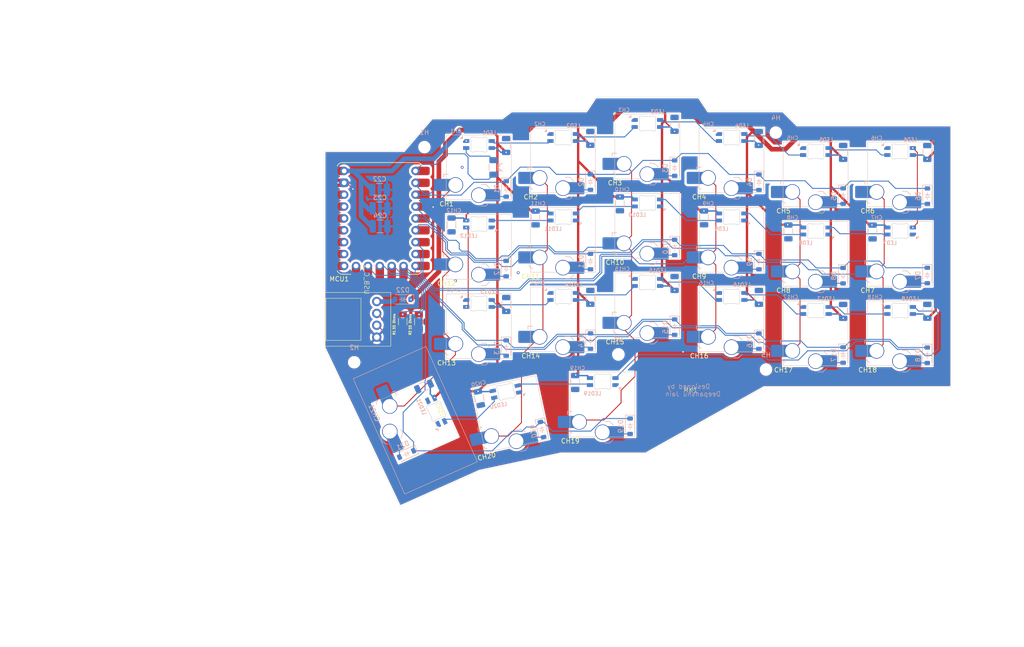
<source format=kicad_pcb>
(kicad_pcb (version 20241229) (generator "pcbnew") (generator_version "9.0")
  (layers (0 "F.Cu" signal) (2 "B.Cu" signal) (13 "F.Paste" user) (15 "B.Paste" user) (5 "F.SilkS" user "F.Silkscreen") (7 "B.SilkS" user "B.Silkscreen") (1 "F.Mask" user) (3 "B.Mask" user) (25 "Edge.Cuts" user))
  (net 0 "")
  (net 1 "GND")
  (net 2 "5V")
  (net 3 "Net-(LED6-DOUT)")
  (net 4 "Net-(LED12-DOUT)")
  (net 5 "TRRS_TX")
  (net 6 "TRRS_RX")
  (net 7 "Row1")
  (net 8 "Row2")
  (net 9 "Row0")
  (net 10 "Row3")
  (net 11 "Net-(LED5-DOUT)")
  (net 12 "LED_IN")
  (net 13 "Net-(LED1-DOUT)")
  (net 14 "Net-(LED2-DOUT)")
  (net 15 "Net-(LED4-DOUT)")
  (net 16 "Net-(LED3-DOUT)")
  (net 17 "Net-(LED8-DOUT)")
  (net 18 "Net-(LED7-DOUT)")
  (net 19 "Net-(LED1-DIN)")
  (net 20 "Net-(USB_C_1-D-)")
  (net 21 "Net-(D22-A)")
  (net 22 "Net-(USB_C_1-D+)")
  (net 23 "LED_OUT")
  (net 24 "Net-(LED19-DOUT)")
  (net 25 "Net-(LED20-DOUT)")
  (net 26 "Net-(LED18-DOUT)")
  (net 27 "Net-(LED16-DOUT)")
  (net 28 "Net-(LED17-DOUT)")
  (net 29 "Net-(LED15-DOUT)")
  (net 30 "Net-(LED13-DOUT)")
  (net 31 "Net-(LED14-DOUT)")
  (net 32 "Net-(LED10-DIN)")
  (net 33 "Net-(LED10-DOUT)")
  (net 34 "Net-(LED11-DOUT)")
  (net 35 "Net-(D16-A)")
  (net 36 "Net-(D17-A)")
  (net 37 "Net-(D18-A)")
  (net 38 "Col3")
  (net 39 "Col4")
  (net 40 "Net-(D5-A)")
  (net 41 "Col2")
  (net 42 "Col1")
  (net 43 "Net-(D3-A)")
  (net 44 "Col0")
  (net 45 "Net-(D4-A)")
  (net 46 "Net-(D2-A)")
  (net 47 "Net-(D1-A)")
  (net 48 "Net-(D10-A)")
  (net 49 "Col5")
  (net 50 "Net-(D14-A)")
  (net 51 "Net-(D8-A)")
  (net 52 "Net-(D15-A)")
  (net 53 "Net-(D12-A)")
  (net 54 "Net-(D9-A)")
  (net 55 "Net-(D7-A)")
  (net 56 "Net-(D13-A)")
  (net 57 "Net-(D11-A)")
  (net 58 "Net-(D6-A)")
  (net 59 "Net-(D21-A)")
  (net 60 "Net-(D20-A)")
  (net 61 "Net-(D19-A)")
  (footprint "ucb_c_breakout:usb_c" (layer "F.Cu") (at 105.72 103.7 -90)
    (property "Reference" "USB_C_1" (hide yes))
    (property "Value" "USB_C" (hide yes))
  )
  (footprint "PCM_marbastlib-xp-promicroish:RP2040-Matrix_ACH" (layer "F.Cu") (at 110.37 82.117501)
    (property "Reference" "MCU1")
    (property "Value" "RP2040-Matrix")
  )
  (footprint "Resistor_SMD:R_1206_3216Metric_Pad1.30x1.75mm_HandSolder" (layer "F.Cu") (at 118.71 104.21 -90)
    (property "Reference" "R2")
    (property "Value" "33 Ohms")
  )
  (footprint "Resistor_SMD:R_1206_3216Metric_Pad1.30x1.75mm_HandSolder" (layer "F.Cu") (at 115.27 104.2 -90)
    (property "Reference" "R1")
    (property "Value" "33 Ohms")
  )
  (footprint "PCM_marbastlib-choc:SW_choc_v1_HS_CPG135001S30_1u" (layer "B.Cu") (at 185.53 69.7 180)
    (property "Reference" "CH4")
    (property "Value" "choc_v1_SW_HS")
    (fp_rect (start -7 7) (end 7 -7) (stroke (width 0.05)) (fill no) (layer "Edge.Cuts"))
  )
  (footprint "PCM_marbastlib-various:LED_6028R" (layer "B.Cu") (at 167.565 95.81)
    (property "Reference" "LED15")
    (property "Value" "SK6812MINI-E")
    (fp_line (start -1.699999 0.702843) (end -1.699999 -0.702841) (stroke (width 0.1)) (layer "Edge.Cuts"))
    (fp_line (start -0.794452 -1.499999) (end 0.794452 -1.499999) (stroke (width 0.1)) (layer "Edge.Cuts"))
    (fp_line (start 0.794452 1.5) (end -0.794453 1.5) (stroke (width 0.1)) (layer "Edge.Cuts"))
    (fp_line (start 1.699999 -0.702841) (end 1.699999 0.702843) (stroke (width 0.1)) (layer "Edge.Cuts"))
    (fp_arc (start -1.749484 -0.919719) (mid -1.712527 -0.814067) (end -1.699999 -0.702841) (stroke (width 0.1)) (layer "Edge.Cuts"))
    (fp_arc (start -1.749484 -0.919718) (mid -1.638072 -1.504034) (end -1.046711 -1.568298) (stroke (width 0.1)) (layer "Edge.Cuts"))
    (fp_arc (start -1.699999 0.702844) (mid -1.712527 0.814069) (end -1.749484 0.919721) (stroke (width 0.1)) (layer "Edge.Cuts"))
    (fp_arc (start -1.046711 1.568299) (mid -1.638071 1.504036) (end -1.749484 0.919721) (stroke (width 0.1)) (layer "Edge.Cuts"))
    (fp_arc (start -1.046711 1.568299) (mid -0.925123 1.517377) (end -0.794453 1.5) (stroke (width 0.1)) (layer "Edge.Cuts"))
    (fp_arc (start -0.794452 -1.499999) (mid -0.925123 -1.517376) (end -1.046711 -1.568298) (stroke (width 0.1)) (layer "Edge.Cuts"))
    (fp_arc (start 0.794453 1.500001) (mid 0.925123 1.517378) (end 1.046711 1.5683) (stroke (width 0.1)) (layer "Edge.Cuts"))
    (fp_arc (start 1.04671 -1.568298) (mid 0.925122 -1.517376) (end 0.794452 -1.499999) (stroke (width 0.1)) (layer "Edge.Cuts"))
    (fp_arc (start 1.046711 -1.568296) (mid 1.63807 -1.504033) (end 1.749484 -0.919719) (stroke (width 0.1)) (layer "Edge.Cuts"))
    (fp_arc (start 1.699999 -0.702842) (mid 1.712536 -0.814064) (end 1.749484 -0.919719) (stroke (width 0.1)) (layer "Edge.Cuts"))
    (fp_arc (start 1.749484 0.919721) (mid 1.638072 1.504036) (end 1.046711 1.5683) (stroke (width 0.1)) (layer "Edge.Cuts"))
    (fp_arc (start 1.749484 0.919721) (mid 1.712526 0.814069) (end 1.699999 0.702843) (stroke (width 0.1)) (layer "Edge.Cuts"))
  )
  (footprint "PCM_marbastlib-various:LED_6028R" (layer "B.Cu") (at 131.565 83.31 180)
    (property "Reference" "LED12")
    (property "Value" "SK6812MINI-E")
    (fp_line (start 1.699999 -0.702841) (end 1.699999 0.702843) (stroke (width 0.1)) (layer "Edge.Cuts"))
    (fp_line (start 0.794452 1.5) (end -0.794453 1.5) (stroke (width 0.1)) (layer "Edge.Cuts"))
    (fp_line (start -0.794452 -1.499999) (end 0.794452 -1.499999) (stroke (width 0.1)) (layer "Edge.Cuts"))
    (fp_line (start -1.699999 0.702843) (end -1.699999 -0.702841) (stroke (width 0.1)) (layer "Edge.Cuts"))
    (fp_arc (start 1.749484 0.919721) (mid 1.712526 0.814069) (end 1.699999 0.702843) (stroke (width 0.1)) (layer "Edge.Cuts"))
    (fp_arc (start 1.749484 0.919721) (mid 1.638072 1.504036) (end 1.046711 1.5683) (stroke (width 0.1)) (layer "Edge.Cuts"))
    (fp_arc (start 1.699999 -0.702842) (mid 1.712536 -0.814064) (end 1.749484 -0.919719) (stroke (width 0.1)) (layer "Edge.Cuts"))
    (fp_arc (start 1.046711 -1.568296) (mid 1.63807 -1.504033) (end 1.749484 -0.919719) (stroke (width 0.1)) (layer "Edge.Cuts"))
    (fp_arc (start 1.04671 -1.568298) (mid 0.925122 -1.517376) (end 0.794452 -1.499999) (stroke (width 0.1)) (layer "Edge.Cuts"))
    (fp_arc (start 0.794453 1.500001) (mid 0.925123 1.517378) (end 1.046711 1.5683) (stroke (width 0.1)) (layer "Edge.Cuts"))
    (fp_arc (start -0.794452 -1.499999) (mid -0.925123 -1.517376) (end -1.046711 -1.568298) (stroke (width 0.1)) (layer "Edge.Cuts"))
    (fp_arc (start -1.046711 1.568299) (mid -0.925123 1.517377) (end -0.794453 1.5) (stroke (width 0.1)) (layer "Edge.Cuts"))
    (fp_arc (start -1.046711 1.568299) (mid -1.638071 1.504036) (end -1.749484 0.919721) (stroke (width 0.1)) (layer "Edge.Cuts"))
    (fp_arc (start -1.699999 0.702844) (mid -1.712527 0.814069) (end -1.749484 0.919721) (stroke (width 0.1)) (layer "Edge.Cuts"))
    (fp_arc (start -1.749484 -0.919718) (mid -1.638072 -1.504034) (end -1.046711 -1.568298) (stroke (width 0.1)) (layer "Edge.Cuts"))
    (fp_arc (start -1.749484 -0.919719) (mid -1.712527 -0.814067) (end -1.699999 -0.702841) (stroke (width 0.1)) (layer "Edge.Cuts"))
  )
  (footprint "Diode_SMD:D_SOD-123" (layer "B.Cu") (at 227.4 77.35 -90)
    (property "Reference" "D6")
    (property "Value" "1N4148W")
  )
  (footprint "Capacitor_SMD:C_1206_3216Metric" (layer "B.Cu") (at 125.7 83.51 90)
    (property "Reference" "C12" (hide yes))
    (property "Value" "0.1µF")
  )
  (footprint "Capacitor_SMD:C_1210_3225Metric_Pad1.33x2.70mm_HandSolder" (layer "B.Cu") (at 110.43 83.81 180)
    (property "Reference" "C24")
    (property "Value" "100uF")
  )
  (footprint "Capacitor_SMD:C_1206_3216Metric" (layer "B.Cu") (at 119.82 118.06 24)
    (property "Reference" "C21" (hide yes))
    (property "Value" "0.1µF")
  )
  (footprint "Capacitor_SMD:C_1206_3216Metric" (layer "B.Cu") (at 197.69 85 90)
    (property "Reference" "C8" (hide yes))
    (property "Value" "0.1µF")
  )
  (footprint "Diode_SMD:D_SOD-123" (layer "B.Cu") (at 191.4 74.37 -90)
    (property "Reference" "D4")
    (property "Value" "1N4148W")
  )
  (footprint "PCM_marbastlib-choc:SW_choc_v1_HS_CPG135001S30_1u" (layer "B.Cu") (at 167.53 66.7 180)
    (property "Reference" "CH3")
    (property "Value" "choc_v1_SW_HS")
    (fp_rect (start -7 7) (end 7 -7) (stroke (width 0.05)) (fill no) (layer "Edge.Cuts"))
  )
  (footprint "Capacitor_SMD:C_1206_3216Metric" (layer "B.Cu") (at 131.65 120.6 102)
    (property "Reference" "C20" (hide yes))
    (property "Value" "0.1µF")
  )
  (footprint "PCM_marbastlib-various:LED_6028R" (layer "B.Cu") (at 149.565 98.81)
    (property "Reference" "LED14")
    (property "Value" "SK6812MINI-E")
    (fp_line (start -1.699999 0.702843) (end -1.699999 -0.702841) (stroke (width 0.1)) (layer "Edge.Cuts"))
    (fp_line (start -0.794452 -1.499999) (end 0.794452 -1.499999) (stroke (width 0.1)) (layer "Edge.Cuts"))
    (fp_line (start 0.794452 1.5) (end -0.794453 1.5) (stroke (width 0.1)) (layer "Edge.Cuts"))
    (fp_line (start 1.699999 -0.702841) (end 1.699999 0.702843) (stroke (width 0.1)) (layer "Edge.Cuts"))
    (fp_arc (start -1.749484 -0.919719) (mid -1.712527 -0.814067) (end -1.699999 -0.702841) (stroke (width 0.1)) (layer "Edge.Cuts"))
    (fp_arc (start -1.749484 -0.919718) (mid -1.638072 -1.504034) (end -1.046711 -1.568298) (stroke (width 0.1)) (layer "Edge.Cuts"))
    (fp_arc (start -1.699999 0.702844) (mid -1.712527 0.814069) (end -1.749484 0.919721) (stroke (width 0.1)) (layer "Edge.Cuts"))
    (fp_arc (start -1.046711 1.568299) (mid -1.638071 1.504036) (end -1.749484 0.919721) (stroke (width 0.1)) (layer "Edge.Cuts"))
    (fp_arc (start -1.046711 1.568299) (mid -0.925123 1.517377) (end -0.794453 1.5) (stroke (width 0.1)) (layer "Edge.Cuts"))
    (fp_arc (start -0.794452 -1.499999) (mid -0.925123 -1.517376) (end -1.046711 -1.568298) (stroke (width 0.1)) (layer "Edge.Cuts"))
    (fp_arc (start 0.794453 1.500001) (mid 0.925123 1.517378) (end 1.046711 1.5683) (stroke (width 0.1)) (layer "Edge.Cuts"))
    (fp_arc (start 1.04671 -1.568298) (mid 0.925122 -1.517376) (end 0.794452 -1.499999) (stroke (width 0.1)) (layer "Edge.Cuts"))
    (fp_arc (start 1.046711 -1.568296) (mid 1.63807 -1.504033) (end 1.749484 -0.919719) (stroke (width 0.1)) (layer "Edge.Cuts"))
    (fp_arc (start 1.699999 -0.702842) (mid 1.712536 -0.814064) (end 1.749484 -0.919719) (stroke (width 0.1)) (layer "Edge.Cuts"))
    (fp_arc (start 1.749484 0.919721) (mid 1.638072 1.504036) (end 1.046711 1.5683) (stroke (width 0.1)) (layer "Edge.Cuts"))
    (fp_arc (start 1.749484 0.919721) (mid 1.712526 0.814069) (end 1.699999 0.702843) (stroke (width 0.1)) (layer "Edge.Cuts"))
  )
  (footprint "MountingHole:MountingHole_2.2mm_M2" (layer "B.Cu") (at 104.9 112.885 180)
    (property "Reference" "H2")
    (property "Value" "MountingHole")
    (fp_circle (center 0 0) (end 1.1 0) (stroke (width 0.01)) (fill no) (layer "Edge.Cuts"))
  )
  (footprint "MountingHole:MountingHole_2.2mm_M2" (layer "B.Cu") (at 195.01 63.75 180)
    (property "Reference" "H4")
    (property "Value" "MountingHole")
    (fp_circle (center 0 0) (end 1.1 0) (stroke (width 0.01)) (fill no) (layer "Edge.Cuts"))
  )
  (footprint "PCM_marbastlib-various:LED_6028R" (layer "B.Cu") (at 149.565 81.81 180)
    (property "Reference" "LED11")
    (property "Value" "SK6812MINI-E")
    (fp_line (start 1.699999 -0.702841) (end 1.699999 0.702843) (stroke (width 0.1)) (layer "Edge.Cuts"))
    (fp_line (start 0.794452 1.5) (end -0.794453 1.5) (stroke (width 0.1)) (layer "Edge.Cuts"))
    (fp_line (start -0.794452 -1.499999) (end 0.794452 -1.499999) (stroke (width 0.1)) (layer "Edge.Cuts"))
    (fp_line (start -1.699999 0.702843) (end -1.699999 -0.702841) (stroke (width 0.1)) (layer "Edge.Cuts"))
    (fp_arc (start 1.749484 0.919721) (mid 1.712526 0.814069) (end 1.699999 0.702843) (stroke (width 0.1)) (layer "Edge.Cuts"))
    (fp_arc (start 1.749484 0.919721) (mid 1.638072 1.504036) (end 1.046711 1.5683) (stroke (width 0.1)) (layer "Edge.Cuts"))
    (fp_arc (start 1.699999 -0.702842) (mid 1.712536 -0.814064) (end 1.749484 -0.919719) (stroke (width 0.1)) (layer "Edge.Cuts"))
    (fp_arc (start 1.046711 -1.568296) (mid 1.63807 -1.504033) (end 1.749484 -0.919719) (stroke (width 0.1)) (layer "Edge.Cuts"))
    (fp_arc (start 1.04671 -1.568298) (mid 0.925122 -1.517376) (end 0.794452 -1.499999) (stroke (width 0.1)) (layer "Edge.Cuts"))
    (fp_arc (start 0.794453 1.500001) (mid 0.925123 1.517378) (end 1.046711 1.5683) (stroke (width 0.1)) (layer "Edge.Cuts"))
    (fp_arc (start -0.794452 -1.499999) (mid -0.925123 -1.517376) (end -1.046711 -1.568298) (stroke (width 0.1)) (layer "Edge.Cuts"))
    (fp_arc (start -1.046711 1.568299) (mid -0.925123 1.517377) (end -0.794453 1.5) (stroke (width 0.1)) (layer "Edge.Cuts"))
    (fp_arc (start -1.046711 1.568299) (mid -1.638071 1.504036) (end -1.749484 0.919721) (stroke (width 0.1)) (layer "Edge.Cuts"))
    (fp_arc (start -1.699999 0.702844) (mid -1.712527 0.814069) (end -1.749484 0.919721) (stroke (width 0.1)) (layer "Edge.Cuts"))
    (fp_arc (start -1.749484 -0.919718) (mid -1.638072 -1.504034) (end -1.046711 -1.568298) (stroke (width 0.1)) (layer "Edge.Cuts"))
    (fp_arc (start -1.749484 -0.919719) (mid -1.712527 -0.814067) (end -1.699999 -0.702841) (stroke (width 0.1)) (layer "Edge.Cuts"))
  )
  (footprint "MountingHole:MountingHole_2.2mm_M2" (layer "B.Cu") (at 192.91 114.44 180)
    (property "Reference" "H5")
    (property "Value" "MountingHole")
    (fp_circle (center 0 0) (end 1.1 0) (stroke (width 0.01)) (fill no) (layer "Edge.Cuts"))
  )
  (footprint "Capacitor_SMD:C_1206_3216Metric" (layer "B.Cu") (at 137.37 66.52 90)
    (property "Reference" "C1" (hide yes))
    (property "Value" "0.1µF")
  )
  (footprint "PCM_marbastlib-choc:SW_choc_v1_HS_CPG135001S30_1u" (layer "B.Cu") (at 131.53 71.2 180)
    (property "Reference" "CH1")
    (property "Value" "choc_v1_SW_HS")
    (fp_rect (start -7 7) (end 7 -7) (stroke (width 0.05)) (fill no) (layer "Edge.Cuts"))
  )
  (footprint "PCM_marbastlib-various:LED_6028R" (layer "B.Cu") (at 203.565 67.81)
    (property "Reference" "LED5")
    (property "Value" "SK6812MINI-E")
    (fp_line (start -1.699999 0.702843) (end -1.699999 -0.702841) (stroke (width 0.1)) (layer "Edge.Cuts"))
    (fp_line (start -0.794452 -1.499999) (end 0.794452 -1.499999) (stroke (width 0.1)) (layer "Edge.Cuts"))
    (fp_line (start 0.794452 1.5) (end -0.794453 1.5) (stroke (width 0.1)) (layer "Edge.Cuts"))
    (fp_line (start 1.699999 -0.702841) (end 1.699999 0.702843) (stroke (width 0.1)) (layer "Edge.Cuts"))
    (fp_arc (start -1.749484 -0.919719) (mid -1.712527 -0.814067) (end -1.699999 -0.702841) (stroke (width 0.1)) (layer "Edge.Cuts"))
    (fp_arc (start -1.749484 -0.919718) (mid -1.638072 -1.504034) (end -1.046711 -1.568298) (stroke (width 0.1)) (layer "Edge.Cuts"))
    (fp_arc (start -1.699999 0.702844) (mid -1.712527 0.814069) (end -1.749484 0.919721) (stroke (width 0.1)) (layer "Edge.Cuts"))
    (fp_arc (start -1.046711 1.568299) (mid -1.638071 1.504036) (end -1.749484 0.919721) (stroke (width 0.1)) (layer "Edge.Cuts"))
    (fp_arc (start -1.046711 1.568299) (mid -0.925123 1.517377) (end -0.794453 1.5) (stroke (width 0.1)) (layer "Edge.Cuts"))
    (fp_arc (start -0.794452 -1.499999) (mid -0.925123 -1.517376) (end -1.046711 -1.568298) (stroke (width 0.1)) (layer "Edge.Cuts"))
    (fp_arc (start 0.794453 1.500001) (mid 0.925123 1.517378) (end 1.046711 1.5683) (stroke (width 0.1)) (layer "Edge.Cuts"))
    (fp_arc (start 1.04671 -1.568298) (mid 0.925122 -1.517376) (end 0.794452 -1.499999) (stroke (width 0.1)) (layer "Edge.Cuts"))
    (fp_arc (start 1.046711 -1.568296) (mid 1.63807 -1.504033) (end 1.749484 -0.919719) (stroke (width 0.1)) (layer "Edge.Cuts"))
    (fp_arc (start 1.699999 -0.702842) (mid 1.712536 -0.814064) (end 1.749484 -0.919719) (stroke (width 0.1)) (layer "Edge.Cuts"))
    (fp_arc (start 1.749484 0.919721) (mid 1.638072 1.504036) (end 1.046711 1.5683) (stroke (width 0.1)) (layer "Edge.Cuts"))
    (fp_arc (start 1.749484 0.919721) (mid 1.712526 0.814069) (end 1.699999 0.702843) (stroke (width 0.1)) (layer "Edge.Cuts"))
  )
  (footprint "Capacitor_SMD:C_1206_3216Metric" (layer "B.Cu") (at 173.36 62 90)
    (property "Reference" "C3" (hide yes))
    (property "Value" "0.1µF")
  )
  (footprint "PCM_marbastlib-choc:SW_choc_v1_HS_CPG135001S30_1u" (layer "B.Cu") (at 221.53 72.7 180)
    (property "Reference" "CH6")
    (property "Value" "choc_v1_SW_HS")
    (fp_rect (start -7 7) (end 7 -7) (stroke (width 0.05)) (fill no) (layer "Edge.Cuts"))
  )
  (footprint "Capacitor_SMD:C_1206_3216Metric" (layer "B.Cu") (at 137.39 100.52 90)
    (property "Reference" "C13" (hide yes))
    (property "Value" "0.1µF")
  )
  (footprint "Capacitor_SMD:C_1206_3216Metric" (layer "B.Cu") (at 155.36 99 90)
    (property "Reference" "C14" (hide yes))
    (property "Value" "0.1µF")
  )
  (footprint "Diode_SMD:D_SOD-123" (layer "B.Cu") (at 209.38 94.36 -90)
    (property "Reference" "D8")
    (property "Value" "1N4148W")
  )
  (footprint "PCM_marbastlib-choc:SW_choc_v1_HS_CPG135001S30_1u" (layer "B.Cu") (at 221.53 106.7 180)
    (property "Reference" "CH18")
    (property "Value" "choc_v1_SW_HS")
    (fp_rect (start -7 7) (end 7 -7) (stroke (width 0.05)) (fill no) (layer "Edge.Cuts"))
  )
  (footprint "PCM_marbastlib-various:LED_6028R" (layer "B.Cu") (at 221.565 101.81)
    (property "Reference" "LED18")
    (property "Value" "SK6812MINI-E")
    (fp_line (start -1.699999 0.702843) (end -1.699999 -0.702841) (stroke (width 0.1)) (layer "Edge.Cuts"))
    (fp_line (start -0.794452 -1.499999) (end 0.794452 -1.499999) (stroke (width 0.1)) (layer "Edge.Cuts"))
    (fp_line (start 0.794452 1.5) (end -0.794453 1.5) (stroke (width 0.1)) (layer "Edge.Cuts"))
    (fp_line (start 1.699999 -0.702841) (end 1.699999 0.702843) (stroke (width 0.1)) (layer "Edge.Cuts"))
    (fp_arc (start -1.749484 -0.919719) (mid -1.712527 -0.814067) (end -1.699999 -0.702841) (stroke (width 0.1)) (layer "Edge.Cuts"))
    (fp_arc (start -1.749484 -0.919718) (mid -1.638072 -1.504034) (end -1.046711 -1.568298) (stroke (width 0.1)) (layer "Edge.Cuts"))
    (fp_arc (start -1.699999 0.702844) (mid -1.712527 0.814069) (end -1.749484 0.919721) (stroke (width 0.1)) (layer "Edge.Cuts"))
    (fp_arc (start -1.046711 1.568299) (mid -1.638071 1.504036) (end -1.749484 0.919721) (stroke (width 0.1)) (layer "Edge.Cuts"))
    (fp_arc (start -1.046711 1.568299) (mid -0.925123 1.517377) (end -0.794453 1.5) (stroke (width 0.1)) (layer "Edge.Cuts"))
    (fp_arc (start -0.794452 -1.499999) (mid -0.925123 -1.517376) (end -1.046711 -1.568298) (stroke (width 0.1)) (layer "Edge.Cuts"))
    (fp_arc (start 0.794453 1.500001) (mid 0.925123 1.517378) (end 1.046711 1.5683) (stroke (width 0.1)) (layer "Edge.Cuts"))
    (fp_arc (start 1.04671 -1.568298) (mid 0.925122 -1.517376) (end 0.794452 -1.499999) (stroke (width 0.1)) (layer "Edge.Cuts"))
    (fp_arc (start 1.046711 -1.568296) (mid 1.63807 -1.504033) (end 1.749484 -0.919719) (stroke (width 0.1)) (layer "Edge.Cuts"))
    (fp_arc (start 1.699999 -0.702842) (mid 1.712536 -0.814064) (end 1.749484 -0.919719) (stroke (width 0.1)) (layer "Edge.Cuts"))
    (fp_arc (start 1.749484 0.919721) (mid 1.638072 1.504036) (end 1.046711 1.5683) (stroke (width 0.1)) (layer "Edge.Cuts"))
    (fp_arc (start 1.749484 0.919721) (mid 1.712526 0.814069) (end 1.699999 0.702843) (stroke (width 0.1)) (layer "Edge.Cuts"))
  )
  (footprint "PCM_marbastlib-various:LED_6028R" (layer "B.Cu") (at 158.015 117.01 180)
    (property "Reference" "LED19")
    (property "Value" "SK6812MINI-E")
    (fp_line (start 1.699999 -0.702841) (end 1.699999 0.702843) (stroke (width 0.1)) (layer "Edge.Cuts"))
    (fp_line (start 0.794452 1.5) (end -0.794453 1.5) (stroke (width 0.1)) (layer "Edge.Cuts"))
    (fp_line (start -0.794452 -1.499999) (end 0.794452 -1.499999) (stroke (width 0.1)) (layer "Edge.Cuts"))
    (fp_line (start -1.699999 0.702843) (end -1.699999 -0.702841) (stroke (width 0.1)) (layer "Edge.Cuts"))
    (fp_arc (start 1.749484 0.919721) (mid 1.712526 0.814069) (end 1.699999 0.702843) (stroke (width 0.1)) (layer "Edge.Cuts"))
    (fp_arc (start 1.749484 0.919721) (mid 1.638072 1.504036) (end 1.046711 1.5683) (stroke (width 0.1)) (layer "Edge.Cuts"))
    (fp_arc (start 1.699999 -0.702842) (mid 1.712536 -0.814064) (end 1.749484 -0.919719) (stroke (width 0.1)) (layer "Edge.Cuts"))
    (fp_arc (start 1.046711 -1.568296) (mid 1.63807 -1.504033) (end 1.749484 -0.919719) (stroke (width 0.1)) (layer "Edge.Cuts"))
    (fp_arc (start 1.04671 -1.568298) (mid 0.925122 -1.517376) (end 0.794452 -1.499999) (stroke (width 0.1)) (layer "Edge.Cuts"))
    (fp_arc (start 0.794453 1.500001) (mid 0.925123 1.517378) (end 1.046711 1.5683) (stroke (width 0.1)) (layer "Edge.Cuts"))
    (fp_arc (start -0.794452 -1.499999) (mid -0.925123 -1.517376) (end -1.046711 -1.568298) (stroke (width 0.1)) (layer "Edge.Cuts"))
    (fp_arc (start -1.046711 1.568299) (mid -0.925123 1.517377) (end -0.794453 1.5) (stroke (width 0.1)) (layer "Edge.Cuts"))
    (fp_arc (start -1.046711 1.568299) (mid -1.638071 1.504036) (end -1.749484 0.919721) (stroke (width 0.1)) (layer "Edge.Cuts"))
    (fp_arc (start -1.699999 0.702844) (mid -1.712527 0.814069) (end -1.749484 0.919721) (stroke (width 0.1)) (layer "Edge.Cuts"))
    (fp_arc (start -1.749484 -0.919718) (mid -1.638072 -1.504034) (end -1.046711 -1.568298) (stroke (width 0.1)) (layer "Edge.Cuts"))
    (fp_arc (start -1.749484 -0.919719) (mid -1.712527 -0.814067) (end -1.699999 -0.702841) (stroke (width 0.1)) (layer "Edge.Cuts"))
  )
  (footprint "Capacitor_SMD:C_1206_3216Metric" (layer "B.Cu") (at 191.38 99.01 90)
    (property "Reference" "C16" (hide yes))
    (property "Value" "0.1µF")
  )
  (footprint "Diode_SMD:D_SOD-123" (layer "B.Cu") (at 137.37 92.85 -90)
    (property "Reference" "D12")
    (property "Value" "1N4148W")
  )
  (footprint "PCM_marbastlib-choc:SW_choc_v1_HS_CPG135001S30_1u" (layer "B.Cu") (at 149.53 86.7 180)
    (property "Reference" "CH11")
    (property "Value" "choc_v1_SW_HS")
    (fp_rect (start -7 7) (end 7 -7) (stroke (width 0.05)) (fill no) (layer "Edge.Cuts"))
  )
  (footprint "Capacitor_SMD:C_1210_3225Metric_Pad1.33x2.70mm_HandSolder" (layer "B.Cu") (at 110.4 79.97 180)
    (property "Reference" "C23")
    (property "Value" "100uF")
  )
  (footprint "Diode_SMD:D_SOD-123" (layer "B.Cu") (at 191.4 91.35 -90)
    (property "Reference" "D9")
    (property "Value" "1N4148W")
  )
  (footprint "PCM_marbastlib-choc:SW_choc_v1_HS_CPG135001S30_1u" (layer "B.Cu") (at 131.53 105.2 180)
    (property "Reference" "CH13")
    (property "Value" "choc_v1_SW_HS")
    (fp_rect (start -7 7) (end 7 -7) (stroke (width 0.05)) (fill no) (layer "Edge.Cuts"))
  )
  (footprint "Diode_SMD:D_SOD-123" (layer "B.Cu") (at 155.39 91.34 -90)
    (property "Reference" "D11")
    (property "Value" "1N4148W")
  )
  (footprint "PCM_marbastlib-choc:SW_choc_v1_HS_CPG135001S30_1u" (layer "B.Cu") (at 203.53 89.7 180)
    (property "Reference" "CH8")
    (property "Value" "choc_v1_SW_HS")
    (fp_rect (start -7 7) (end 7 -7) (stroke (width 0.05)) (fill no) (layer "Edge.Cuts"))
  )
  (footprint "Capacitor_SMD:C_1206_3216Metric" (layer "B.Cu") (at 179.68 82 90)
    (property "Reference" "C9" (hide yes))
    (property "Value" "0.1µF")
  )
  (footprint "PCM_marbastlib-choc:SW_choc_v1_HS_CPG135001S30_1u" (layer "B.Cu") (at 149.53 103.7 180)
    (property "Reference" "CH14")
    (property "Value" "choc_v1_SW_HS")
    (fp_rect (start -7 7) (end 7 -7) (stroke (width 0.05)) (fill no) (layer "Edge.Cuts"))
  )
  (footprint "Diode_SMD:D_SOD-123" (layer "B.Cu") (at 145.03 127.28 -78)
    (property "Reference" "D20")
    (property "Value" "1N4148W")
  )
  (footprint "PCM_marbastlib-various:LED_6028R" (layer "B.Cu") (at 137.34088 119.164555 -168)
    (property "Reference" "LED20")
    (property "Value" "SK6812MINI-E")
    (fp_line (start 1.699999 -0.702841) (end 1.7 0.702844) (stroke (width 0.1)) (layer "Edge.Cuts"))
    (fp_line (start 0.794452 1.499999) (end -0.794453 1.499999) (stroke (width 0.1)) (layer "Edge.Cuts"))
    (fp_line (start -0.794452 -1.499999) (end 0.794452 -1.5) (stroke (width 0.1)) (layer "Edge.Cuts"))
    (fp_line (start -1.699998 0.702843) (end -1.699999 -0.702841) (stroke (width 0.1)) (layer "Edge.Cuts"))
    (fp_arc (start 1.749484 0.919721) (mid 1.712526 0.81407) (end 1.7 0.702844) (stroke (width 0.1)) (layer "Edge.Cuts"))
    (fp_arc (start 1.749484 0.919721) (mid 1.638072 1.504037) (end 1.046711 1.5683) (stroke (width 0.1)) (layer "Edge.Cuts"))
    (fp_arc (start 1.699999 -0.702842) (mid 1.712537 -0.814065) (end 1.749484 -0.919719) (stroke (width 0.1)) (layer "Edge.Cuts"))
    (fp_arc (start 0.794452 1.499999) (mid 0.925124 1.517377) (end 1.046711 1.5683) (stroke (width 0.1)) (layer "Edge.Cuts"))
    (fp_arc (start 1.046711 -1.568297) (mid 1.63807 -1.504033) (end 1.749484 -0.919719) (stroke (width 0.1)) (layer "Edge.Cuts"))
    (fp_arc (start 1.04671 -1.568298) (mid 0.925121 -1.517377) (end 0.794452 -1.5) (stroke (width 0.1)) (layer "Edge.Cuts"))
    (fp_arc (start -1.046714 1.568299) (mid -0.925123 1.517376) (end -0.794453 1.499999) (stroke (width 0.1)) (layer "Edge.Cuts"))
    (fp_arc (start -1.046714 1.568299) (mid -1.638071 1.504036) (end -1.749483 0.919721) (stroke (width 0.1)) (layer "Edge.Cuts"))
    (fp_arc (start -0.794452 -1.499999) (mid -0.925122 -1.517376) (end -1.046711 -1.568296) (stroke (width 0.1)) (layer "Edge.Cuts"))
    (fp_arc (start -1.699998 0.702844) (mid -1.712526 0.814069) (end -1.749483 0.919721) (stroke (width 0.1)) (layer "Edge.Cuts"))
    (fp_arc (start -1.749483 -0.919718) (mid -1.638073 -1.504034) (end -1.046711 -1.568296) (stroke (width 0.1)) (layer "Edge.Cuts"))
    (fp_arc (start -1.749484 -0.919719) (mid -1.712527 -0.814067) (end -1.699999 -0.702841) (stroke (width 0.1)) (layer "Edge.Cuts"))
  )
  (footprint "PCM_marbastlib-choc:SW_choc_v1_HS_CPG135001S30_1u" (layer "B.Cu") (at 203.53 106.7 180)
    (property "Reference" "CH17")
    (property "Value" "choc_v1_SW_HS")
    (fp_rect (start -7 7) (end 7 -7) (stroke (width 0.05)) (fill no) (layer "Edge.Cuts"))
  )
  (footprint "PCM_marbastlib-various:LED_6028R" (layer "B.Cu") (at 221.565 84.81 180)
    (property "Reference" "LED7")
    (property "Value" "SK6812MINI-E")
    (fp_line (start 1.699999 -0.702841) (end 1.699999 0.702843) (stroke (width 0.1)) (layer "Edge.Cuts"))
    (fp_line (start 0.794452 1.5) (end -0.794453 1.5) (stroke (width 0.1)) (layer "Edge.Cuts"))
    (fp_line (start -0.794452 -1.499999) (end 0.794452 -1.499999) (stroke (width 0.1)) (layer "Edge.Cuts"))
    (fp_line (start -1.699999 0.702843) (end -1.699999 -0.702841) (stroke (width 0.1)) (layer "Edge.Cuts"))
    (fp_arc (start 1.749484 0.919721) (mid 1.712526 0.814069) (end 1.699999 0.702843) (stroke (width 0.1)) (layer "Edge.Cuts"))
    (fp_arc (start 1.749484 0.919721) (mid 1.638072 1.504036) (end 1.046711 1.5683) (stroke (width 0.1)) (layer "Edge.Cuts"))
    (fp_arc (start 1.699999 -0.702842) (mid 1.712536 -0.814064) (end 1.749484 -0.919719) (stroke (width 0.1)) (layer "Edge.Cuts"))
    (fp_arc (start 1.046711 -1.568296) (mid 1.63807 -1.504033) (end 1.749484 -0.919719) (stroke (width 0.1)) (layer "Edge.Cuts"))
    (fp_arc (start 1.04671 -1.568298) (mid 0.925122 -1.517376) (end 0.794452 -1.499999) (stroke (width 0.1)) (layer "Edge.Cuts"))
    (fp_arc (start 0.794453 1.500001) (mid 0.925123 1.517378) (end 1.046711 1.5683) (stroke (width 0.1)) (layer "Edge.Cuts"))
    (fp_arc (start -0.794452 -1.499999) (mid -0.925123 -1.517376) (end -1.046711 -1.568298) (stroke (width 0.1)) (layer "Edge.Cuts"))
    (fp_arc (start -1.046711 1.568299) (mid -0.925123 1.517377) (end -0.794453 1.5) (stroke (width 0.1)) (layer "Edge.Cuts"))
    (fp_arc (start -1.046711 1.568299) (mid -1.638071 1.504036) (end -1.749484 0.919721) (stroke (width 0.1)) (layer "Edge.Cuts"))
    (fp_arc (start -1.699999 0.702844) (mid -1.712527 0.814069) (end -1.749484 0.919721) (stroke (width 0.1)) (layer "Edge.Cuts"))
    (fp_arc (start -1.749484 -0.919718) (mid -1.638072 -1.504034) (end -1.046711 -1.568298) (stroke (width 0.1)) (layer "Edge.Cuts"))
    (fp_arc (start -1.749484 -0.919719) (mid -1.712527 -0.814067) (end -1.699999 -0.702841) (stroke (width 0.1)) (layer "Edge.Cuts"))
  )
  (footprint "Resistor_SMD:R_1206_3216Metric_Pad1.30x1.75mm_HandSolder" (layer "B.Cu") (at 134.65 71.2 90)
    (property "Reference" "R3")
    (property "Value" "47R")
  )
  (footprint "Diode_SMD:D_SOD-123" (layer "B.Cu") (at 209.39 111.33 -90)
    (property "Reference" "D17")
    (property "Value" "1N4148W")
  )
  (footprint "PCM_marbastlib-various:LED_6028R" (layer "B.Cu") (at 131.565 100.31)
    (property "Reference" "LED13")
    (property "Value" "SK6812MINI-E")
    (fp_line (start -1.699999 0.702843) (end -1.699999 -0.702841) (stroke (width 0.1)) (layer "Edge.Cuts"))
    (fp_line (start -0.794452 -1.499999) (end 0.794452 -1.499999) (stroke (width 0.1)) (layer "Edge.Cuts"))
    (fp_line (start 0.794452 1.5) (end -0.794453 1.5) (stroke (width 0.1)) (layer "Edge.Cuts"))
    (fp_line (start 1.699999 -0.702841) (end 1.699999 0.702843) (stroke (width 0.1)) (layer "Edge.Cuts"))
    (fp_arc (start -1.749484 -0.919719) (mid -1.712527 -0.814067) (end -1.699999 -0.702841) (stroke (width 0.1)) (layer "Edge.Cuts"))
    (fp_arc (start -1.749484 -0.919718) (mid -1.638072 -1.504034) (end -1.046711 -1.568298) (stroke (width 0.1)) (layer "Edge.Cuts"))
    (fp_arc (start -1.699999 0.702844) (mid -1.712527 0.814069) (end -1.749484 0.919721) (stroke (width 0.1)) (layer "Edge.Cuts"))
    (fp_arc (start -1.046711 1.568299) (mid -1.638071 1.504036) (end -1.749484 0.919721) (stroke (width 0.1)) (layer "Edge.Cuts"))
    (fp_arc (start -1.046711 1.568299) (mid -0.925123 1.517377) (end -0.794453 1.5) (stroke (width 0.1)) (layer "Edge.Cuts"))
    (fp_arc (start -0.794452 -1.499999) (mid -0.925123 -1.517376) (end -1.046711 -1.568298) (stroke (width 0.1)) (layer "Edge.Cuts"))
    (fp_arc (start 0.794453 1.500001) (mid 0.925123 1.517378) (end 1.046711 1.5683) (stroke (width 0.1)) (layer "Edge.Cuts"))
    (fp_arc (start 1.04671 -1.568298) (mid 0.925122 -1.517376) (end 0.794452 -1.499999) (stroke (width 0.1)) (layer "Edge.Cuts"))
    (fp_arc (start 1.046711 -1.568296) (mid 1.63807 -1.504033) (end 1.749484 -0.919719) (stroke (width 0.1)) (layer "Edge.Cuts"))
    (fp_arc (start 1.699999 -0.702842) (mid 1.712536 -0.814064) (end 1.749484 -0.919719) (stroke (width 0.1)) (layer "Edge.Cuts"))
    (fp_arc (start 1.749484 0.919721) (mid 1.638072 1.504036) (end 1.046711 1.5683) (stroke (width 0.1)) (layer "Edge.Cuts"))
    (fp_arc (start 1.749484 0.919721) (mid 1.712526 0.814069) (end 1.699999 0.702843) (stroke (width 0.1)) (layer "Edge.Cuts"))
  )
  (footprint "PCM_marbastlib-choc:SW_choc_v1_HS_CPG135001S30_1u" (layer "B.Cu") (at 203.53 72.7 180)
    (property "Reference" "CH5")
    (property "Value" "choc_v1_SW_HS")
    (fp_rect (start -7 7) (end 7 -7) (stroke (width 0.05)) (fill no) (layer "Edge.Cuts"))
  )
  (footprint "PCM_marbastlib-various:LED_6028R" (layer "B.Cu") (at 203.565 84.81 180)
    (property "Reference" "LED8")
    (property "Value" "SK6812MINI-E")
    (fp_line (start 1.699999 -0.702841) (end 1.699999 0.702843) (stroke (width 0.1)) (layer "Edge.Cuts"))
    (fp_line (start 0.794452 1.5) (end -0.794453 1.5) (stroke (width 0.1)) (layer "Edge.Cuts"))
    (fp_line (start -0.794452 -1.499999) (end 0.794452 -1.499999) (stroke (width 0.1)) (layer "Edge.Cuts"))
    (fp_line (start -1.699999 0.702843) (end -1.699999 -0.702841) (stroke (width 0.1)) (layer "Edge.Cuts"))
    (fp_arc (start 1.749484 0.919721) (mid 1.712526 0.814069) (end 1.699999 0.702843) (stroke (width 0.1)) (layer "Edge.Cuts"))
    (fp_arc (start 1.749484 0.919721) (mid 1.638072 1.504036) (end 1.046711 1.5683) (stroke (width 0.1)) (layer "Edge.Cuts"))
    (fp_arc (start 1.699999 -0.702842) (mid 1.712536 -0.814064) (end 1.749484 -0.919719) (stroke (width 0.1)) (layer "Edge.Cuts"))
    (fp_arc (start 1.046711 -1.568296) (mid 1.63807 -1.504033) (end 1.749484 -0.919719) (stroke (width 0.1)) (layer "Edge.Cuts"))
    (fp_arc (start 1.04671 -1.568298) (mid 0.925122 -1.517376) (end 0.794452 -1.499999) (stroke (width 0.1)) (layer "Edge.Cuts"))
    (fp_arc (start 0.794453 1.500001) (mid 0.925123 1.517378) (end 1.046711 1.5683) (stroke (width 0.1)) (layer "Edge.Cuts"))
    (fp_arc (start -0.794452 -1.499999) (mid -0.925123 -1.517376) (end -1.046711 -1.568298) (stroke (width 0.1)) (layer "Edge.Cuts"))
    (fp_arc (start -1.046711 1.568299) (mid -0.925123 1.517377) (end -0.794453 1.5) (stroke (width 0.1)) (layer "Edge.Cuts"))
    (fp_arc (start -1.046711 1.568299) (mid -1.638071 1.504036) (end -1.749484 0.919721) (stroke (width 0.1)) (layer "Edge.Cuts"))
    (fp_arc (start -1.699999 0.702844) (mid -1.712527 0.814069) (end -1.749484 0.919721) (stroke (width 0.1)) (layer "Edge.Cuts"))
    (fp_arc (start -1.749484 -0.919718) (mid -1.638072 -1.504034) (end -1.046711 -1.568298) (stroke (width 0.1)) (layer "Edge.Cuts"))
    (fp_arc (start -1.749484 -0.919719) (mid -1.712527 -0.814067) (end -1.699999 -0.702841) (stroke (width 0.1)) (layer "Edge.Cuts"))
  )
  (footprint "PCM_marbastlib-various:LED_6028R" (layer "B.Cu") (at 149.565 64.81)
    (property "Reference" "LED2")
    (property "Value" "SK6812MINI-E")
    (fp_line (start -1.699999 0.702843) (end -1.699999 -0.702841) (stroke (width 0.1)) (layer "Edge.Cuts"))
    (fp_line (start -0.794452 -1.499999) (end 0.794452 -1.499999) (stroke (width 0.1)) (layer "Edge.Cuts"))
    (fp_line (start 0.794452 1.5) (end -0.794453 1.5) (stroke (width 0.1)) (layer "Edge.Cuts"))
    (fp_line (start 1.699999 -0.702841) (end 1.699999 0.702843) (stroke (width 0.1)) (layer "Edge.Cuts"))
    (fp_arc (start -1.749484 -0.919719) (mid -1.712527 -0.814067) (end -1.699999 -0.702841) (stroke (width 0.1)) (layer "Edge.Cuts"))
    (fp_arc (start -1.749484 -0.919718) (mid -1.638072 -1.504034) (end -1.046711 -1.568298) (stroke (width 0.1)) (layer "Edge.Cuts"))
    (fp_arc (start -1.699999 0.702844) (mid -1.712527 0.814069) (end -1.749484 0.919721) (stroke (width 0.1)) (layer "Edge.Cuts"))
    (fp_arc (start -1.046711 1.568299) (mid -1.638071 1.504036) (end -1.749484 0.919721) (stroke (width 0.1)) (layer "Edge.Cuts"))
    (fp_arc (start -1.046711 1.568299) (mid -0.925123 1.517377) (end -0.794453 1.5) (stroke (width 0.1)) (layer "Edge.Cuts"))
    (fp_arc (start -0.794452 -1.499999) (mid -0.925123 -1.517376) (end -1.046711 -1.568298) (stroke (width 0.1)) (layer "Edge.Cuts"))
    (fp_arc (start 0.794453 1.500001) (mid 0.925123 1.517378) (end 1.046711 1.5683) (stroke (width 0.1)) (layer "Edge.Cuts"))
    (fp_arc (start 1.04671 -1.568298) (mid 0.925122 -1.517376) (end 0.794452 -1.499999) (stroke (width 0.1)) (layer "Edge.Cuts"))
    (fp_arc (start 1.046711 -1.568296) (mid 1.63807 -1.504033) (end 1.749484 -0.919719) (stroke (width 0.1)) (layer "Edge.Cuts"))
    (fp_arc (start 1.699999 -0.702842) (mid 1.712536 -0.814064) (end 1.749484 -0.919719) (stroke (width 0.1)) (layer "Edge.Cuts"))
    (fp_arc (start 1.749484 0.919721) (mid 1.638072 1.504036) (end 1.046711 1.5683) (stroke (width 0.1)) (layer "Edge.Cuts"))
    (fp_arc (start 1.749484 0.919721) (mid 1.712526 0.814069) (end 1.699999 0.702843) (stroke (width 0.1)) (layer "Edge.Cuts"))
  )
  (footprint "Capacitor_SMD:C_1206_3216Metric" (layer "B.Cu") (at 143.67 82.02 90)
    (property "Reference" "C11" (hide yes))
    (property "Value" "0.1µF")
  )
  (footprint "Diode_SMD:D_SOD-123" (layer "B.Cu") (at 227.37 111.38 -90)
    (property "Reference" "D18")
    (property "Value" "1N4148W")
  )
  (footprint "Capacitor_SMD:C_1206_3216Metric" (layer "B.Cu") (at 215.69 85.02 90)
    (property "Reference" "C7" (hide yes))
    (property "Value" "0.1µF")
  )
  (footprint "PCM_marbastlib-choc:SW_choc_v1_HS_CPG135001S30_1u" (layer "B.Cu") (at 221.53 89.7 180)
    (property "Reference" "CH7")
    (property "Value" "choc_v1_SW_HS")
    (fp_rect (start -7 7) (end 7 -7) (stroke (width 0.05)) (fill no) (layer "Edge.Cuts"))
  )
  (footprint "Diode_SMD:D_SOD-123" (layer "B.Cu") (at 173.39 105.36 -90)
    (property "Reference" "D15")
    (property "Value" "1N4148W")
  )
  (footprint "Diode_SMD:D_SOD-123" (layer "B.Cu") (at 173.38 71.36 -90)
    (property "Reference" "D3")
    (property "Value" "1N4148W")
  )
  (footprint "PCM_marbastlib-choc:SW_choc_v1_HS_CPG135001S30_1u" (layer "B.Cu") (at 185.53 103.7 180)
    (property "Reference" "CH16")
    (property "Value" "choc_v1_SW_HS")
    (fp_rect (start -7 7) (end 7 -7) (stroke (width 0.05)) (fill no) (layer "Edge.Cuts"))
  )
  (footprint "PCM_marbastlib-choc:SW_choc_v1_HS_CPG135001S30_1u" (layer "B.Cu") (at 167.53 100.7 180)
    (property "Reference" "CH15")
    (property "Value" "choc_v1_SW_HS")
    (fp_rect (start -7 7) (end 7 -7) (stroke (width 0.05)) (fill no) (layer "Edge.Cuts"))
  )
  (footprint "MountingHole:MountingHole_2.2mm_M2" (layer "B.Cu") (at 161.36 111.21 180)
    (property "Reference" "H3")
    (property "Value" "MountingHole")
    (fp_circle (center 0 0) (end 1.1 0) (stroke (width 0.01)) (fill no) (layer "Edge.Cuts"))
  )
  (footprint "Diode_SMD:D_SOD-123" (layer "B.Cu") (at 116.09 132.49 -156)
    (property "Reference" "D21")
    (property "Value" "1N4148W")
  )
  (footprint "PCM_marbastlib-choc:SW_choc_v1_HS_CPG135001S30_1u" (layer "B.Cu") (at 157.98 121.9 180)
    (property "Reference" "CH19")
    (property "Value" "choc_v1_SW_HS")
    (fp_rect (start -7 7) (end 7 -7) (stroke (width 0.05)) (fill no) (layer "Edge.Cuts"))
  )
  (footprint "Capacitor_SMD:C_1206_3216Metric" (layer "B.Cu") (at 227.38 101.98 90)
    (property "Reference" "C18" (hide yes))
    (property "Value" "0.1µF")
  )
  (footprint "Diode_SMD:D_SOD-123" (layer "B.Cu") (at 155.39 74.34 -90)
    (property "Reference" "D2")
    (property "Value" "1N4148W")
  )
  (footprint "PCM_marbastlib-various:LED_6028R" (layer "B.Cu") (at 185.565 64.81)
    (property "Reference" "LED4")
    (property "Value" "SK6812MINI-E")
    (fp_line (start -1.699999 0.702843) (end -1.699999 -0.702841) (stroke (width 0.1)) (layer "Edge.Cuts"))
    (fp_line (start -0.794452 -1.499999) (end 0.794452 -1.499999) (stroke (width 0.1)) (layer "Edge.Cuts"))
    (fp_line (start 0.794452 1.5) (end -0.794453 1.5) (stroke (width 0.1)) (layer "Edge.Cuts"))
    (fp_line (start 1.699999 -0.702841) (end 1.699999 0.702843) (stroke (width 0.1)) (layer "Edge.Cuts"))
    (fp_arc (start -1.749484 -0.919719) (mid -1.712527 -0.814067) (end -1.699999 -0.702841) (stroke (width 0.1)) (layer "Edge.Cuts"))
    (fp_arc (start -1.749484 -0.919718) (mid -1.638072 -1.504034) (end -1.046711 -1.568298) (stroke (width 0.1)) (layer "Edge.Cuts"))
    (fp_arc (start -1.699999 0.702844) (mid -1.712527 0.814069) (end -1.749484 0.919721) (stroke (width 0.1)) (layer "Edge.Cuts"))
    (fp_arc (start -1.046711 1.568299) (mid -1.638071 1.504036) (end -1.749484 0.919721) (stroke (width 0.1)) (layer "Edge.Cuts"))
    (fp_arc (start -1.046711 1.568299) (mid -0.925123 1.517377) (end -0.794453 1.5) (stroke (width 0.1)) (layer "Edge.Cuts"))
    (fp_arc (start -0.794452 -1.499999) (mid -0.925123 -1.517376) (end -1.046711 -1.568298) (stroke (width 0.1)) (layer "Edge.Cuts"))
    (fp_arc (start 0.794453 1.500001) (mid 0.925123 1.517378) (end 1.046711 1.5683) (stroke (width 0.1)) (layer "Edge.Cuts"))
    (fp_arc (start 1.04671 -1.568298) (mid 0.925122 -1.517376) (end 0.794452 -1.499999) (stroke (width 0.1)) (layer "Edge.Cuts"))
    (fp_arc (start 1.046711 -1.568296) (mid 1.63807 -1.504033) (end 1.749484 -0.919719) (stroke (width 0.1)) (layer "Edge.Cuts"))
    (fp_arc (start 1.699999 -0.702842) (mid 1.712536 -0.814064) (end 1.749484 -0.919719) (stroke (width 0.1)) (layer "Edge.Cuts"))
    (fp_arc (start 1.749484 0.919721) (mid 1.638072 1.504036) (end 1.046711 1.5683) (stroke (width 0.1)) (layer "Edge.Cuts"))
    (fp_arc (start 1.749484 0.919721) (mid 1.712526 0.814069) (end 1.699999 0.702843) (stroke (width 0.1)) (layer "Edge.Cuts"))
  )
  (footprint "PCM_marbastlib-various:LED_6028R" (layer "B.Cu") (at 122.434632 123.32433 114)
    (property "Reference" "LED21")
    (property "Value" "SK6812MINI-E")
    (fp_line (start 1.7 -0.702841) (end 1.699999 0.702843) (stroke (width 0.1)) (layer "Edge.Cuts"))
    (fp_line (start -0.794451 -1.499999) (end 0.794452 -1.5) (stroke (width 0.1)) (layer "Edge.Cuts"))
    (fp_line (start 0.794452 1.500001) (end -0.794453 1.5) (stroke (width 0.1)) (layer "Edge.Cuts"))
    (fp_line (start -1.699999 0.702843) (end -1.699999 -0.70284) (stroke (width 0.1)) (layer "Edge.Cuts"))
    (fp_arc (start 1.046712 -1.568296) (mid 1.638068 -1.504032) (end 1.749484 -0.919719) (stroke (width 0.1)) (layer "Edge.Cuts"))
    (fp_arc (start 1.04671 -1.568297) (mid 0.925122 -1.517376) (end 0.794452 -1.5) (stroke (width 0.1)) (layer "Edge.Cuts"))
    (fp_arc (start 1.699999 -0.702842) (mid 1.712537 -0.814065) (end 1.749484 -0.919719) (stroke (width 0.1)) (layer "Edge.Cuts"))
    (fp_arc (start -0.794451 -1.499999) (mid -0.925123 -1.517376) (end -1.046711 -1.568298) (stroke (width 0.1)) (layer "Edge.Cuts"))
    (fp_arc (start -1.749484 -0.919718) (mid -1.638073 -1.504035) (end -1.046711 -1.568298) (stroke (width 0.1)) (layer "Edge.Cuts"))
    (fp_arc (start -1.749484 -0.919718) (mid -1.712528 -0.814067) (end -1.699999 -0.70284) (stroke (width 0.1)) (layer "Edge.Cuts"))
    (fp_arc (start 1.749484 0.919721) (mid 1.712526 0.814069) (end 1.699999 0.702843) (stroke (width 0.1)) (layer "Edge.Cuts"))
    (fp_arc (start 1.749484 0.919721) (mid 1.638071 1.504036) (end 1.046711 1.5683) (stroke (width 0.1)) (layer "Edge.Cuts"))
    (fp_arc (start 0.794453 1.5) (mid 0.925123 1.517378) (end 1.046711 1.5683) (stroke (width 0.1)) (layer "Edge.Cuts"))
    (fp_arc (start -1.699999 0.702844) (mid -1.712527 0.81407) (end -1.749483 0.919721) (stroke (width 0.1)) (layer "Edge.Cuts"))
    (fp_arc (start -1.046711 1.5683) (mid -1.638072 1.504036) (end -1.749483 0.919721) (stroke (width 0.1)) (layer "Edge.Cuts"))
    (fp_arc (start -1.046711 1.5683) (mid -0.925123 1.517378) (end -0.794453 1.5) (stroke (width 0.1)) (layer "Edge.Cuts"))
  )
  (footprint "Capacitor_SMD:C_1206_3216Metric" (layer "B.Cu") (at 227.37 68.01 90)
    (property "Reference" "C6" (hide yes))
    (property "Value" "0.1µF")
  )
  (footprint "Diode_SMD:D_SOD-123" (layer "B.Cu") (at 137.38 109.84 -90)
    (property "Reference" "D13")
    (property "Value" "1N4148W")
  )
  (footprint "PCM_marbastlib-choc:SW_choc_v1_HS_CPG135001S30_1u" (layer "B.Cu") (at 131.53 88.2 180)
    (property "Reference" "CH12")
    (property "Value" "choc_v1_SW_HS")
    (fp_rect (start -7 7) (end 7 -7) (stroke (width 0.05)) (fill no) (layer "Edge.Cuts"))
  )
  (footprint "Capacitor_SMD:C_1206_3216Metric" (layer "B.Cu") (at 209.39 102 90)
    (property "Reference" "C17" (hide yes))
    (property "Value" "0.1µF")
  )
  (footprint "PCM_marbastlib-various:LED_6028R" (layer "B.Cu") (at 203.565 101.81)
    (property "Reference" "LED17")
    (property "Value" "SK6812MINI-E")
    (fp_line (start -1.699999 0.702843) (end -1.699999 -0.702841) (stroke (width 0.1)) (layer "Edge.Cuts"))
    (fp_line (start -0.794452 -1.499999) (end 0.794452 -1.499999) (stroke (width 0.1)) (layer "Edge.Cuts"))
    (fp_line (start 0.794452 1.5) (end -0.794453 1.5) (stroke (width 0.1)) (layer "Edge.Cuts"))
    (fp_line (start 1.699999 -0.702841) (end 1.699999 0.702843) (stroke (width 0.1)) (layer "Edge.Cuts"))
    (fp_arc (start -1.749484 -0.919719) (mid -1.712527 -0.814067) (end -1.699999 -0.702841) (stroke (width 0.1)) (layer "Edge.Cuts"))
    (fp_arc (start -1.749484 -0.919718) (mid -1.638072 -1.504034) (end -1.046711 -1.568298) (stroke (width 0.1)) (layer "Edge.Cuts"))
    (fp_arc (start -1.699999 0.702844) (mid -1.712527 0.814069) (end -1.749484 0.919721) (stroke (width 0.1)) (layer "Edge.Cuts"))
    (fp_arc (start -1.046711 1.568299) (mid -1.638071 1.504036) (end -1.749484 0.919721) (stroke (width 0.1)) (layer "Edge.Cuts"))
    (fp_arc (start -1.046711 1.568299) (mid -0.925123 1.517377) (end -0.794453 1.5) (stroke (width 0.1)) (layer "Edge.Cuts"))
    (fp_arc (start -0.794452 -1.499999) (mid -0.925123 -1.517376) (end -1.046711 -1.568298) (stroke (width 0.1)) (layer "Edge.Cuts"))
    (fp_arc (start 0.794453 1.500001) (mid 0.925123 1.517378) (end 1.046711 1.5683) (stroke (width 0.1)) (layer "Edge.Cuts"))
    (fp_arc (start 1.04671 -1.568298) (mid 0.925122 -1.517376) (end 0.794452 -1.499999) (stroke (width 0.1)) (layer "Edge.Cuts"))
    (fp_arc (start 1.046711 -1.568296) (mid 1.63807 -1.504033) (end 1.749484 -0.919719) (stroke (width 0.1)) (layer "Edge.Cuts"))
    (fp_arc (start 1.699999 -0.702842) (mid 1.712536 -0.814064) (end 1.749484 -0.919719) (stroke (width 0.1)) (layer "Edge.Cuts"))
    (fp_arc (start 1.749484 0.919721) (mid 1.638072 1.504036) (end 1.046711 1.5683) (stroke (width 0.1)) (layer "Edge.Cuts"))
    (fp_arc (start 1.749484 0.919721) (mid 1.712526 0.814069) (end 1.699999 0.702843) (stroke (width 0.1)) (layer "Edge.Cuts"))
  )
  (footprint "Capacitor_SMD:C_1206_3216Metric" (layer "B.Cu") (at 152.13 117.21 90)
    (property "Reference" "C19" (hide yes))
    (property "Value" "0.1µF")
  )
  (footprint "Diode_SMD:D_SOD-123" (layer "B.Cu") (at 191.39 108.36 -90)
    (property "Reference" "D16")
    (property "Value" "1N4148W")
  )
  (footprint "PCM_marbastlib-choc:SW_choc_v1_HS_CPG135001S30_1u" (layer "B.Cu") (at 138.323334 123.954972 -168)
    (property "Reference" "CH20")
    (property "Value" "choc_v1_SW_HS")
    (fp_poly (pts (xy -7 7) (xy 7 7) (xy 7 -7) (xy -7 -7)) (stroke (width 0.05)) (fill no) (layer "Edge.Cuts"))
  )
  (footprint "PCM_marbastlib-various:LED_6028R" (layer "B.Cu") (at 185.565 98.81)
    (property "Reference" "LED16")
    (property "Value" "SK6812MINI-E")
    (fp_line (start -1.699999 0.702843) (end -1.699999 -0.702841) (stroke (width 0.1)) (layer "Edge.Cuts"))
    (fp_line (start -0.794452 -1.499999) (end 0.794452 -1.499999) (stroke (width 0.1)) (layer "Edge.Cuts"))
    (fp_line (start 0.794452 1.5) (end -0.794453 1.5) (stroke (width 0.1)) (layer "Edge.Cuts"))
    (fp_line (start 1.699999 -0.702841) (end 1.699999 0.702843) (stroke (width 0.1)) (layer "Edge.Cuts"))
    (fp_arc (start -1.749484 -0.919719) (mid -1.712527 -0.814067) (end -1.699999 -0.702841) (stroke (width 0.1)) (layer "Edge.Cuts"))
    (fp_arc (start -1.749484 -0.919718) (mid -1.638072 -1.504034) (end -1.046711 -1.568298) (stroke (width 0.1)) (layer "Edge.Cuts"))
    (fp_arc (start -1.699999 0.702844) (mid -1.712527 0.814069) (end -1.749484 0.919721) (stroke (width 0.1)) (layer "Edge.Cuts"))
    (fp_arc (start -1.046711 1.568299) (mid -1.638071 1.504036) (end -1.749484 0.919721) (stroke (width 0.1)) (layer "Edge.Cuts"))
    (fp_arc (start -1.046711 1.568299) (mid -0.925123 1.517377) (end -0.794453 1.5) (stroke (width 0.1)) (layer "Edge.Cuts"))
    (fp_arc (start -0.794452 -1.499999) (mid -0.925123 -1.517376) (end -1.046711 -1.568298) (stroke (width 0.1)) (layer "Edge.Cuts"))
    (fp_arc (start 0.794453 1.500001) (mid 0.925123 1.517378) (end 1.046711 1.5683) (stroke (width 0.1)) (layer "Edge.Cuts"))
    (fp_arc (start 1.04671 -1.568298) (mid 0.925122 -1.517376) (end 0.794452 -1.499999) (stroke (width 0.1)) (layer "Edge.Cuts"))
    (fp_arc (start 1.046711 -1.568296) (mid 1.63807 -1.504033) (end 1.749484 -0.919719) (stroke (width 0.1)) (layer "Edge.Cuts"))
    (fp_arc (start 1.699999 -0.702842) (mid 1.712536 -0.814064) (end 1.749484 -0.919719) (stroke (width 0.1)) (layer "Edge.Cuts"))
    (fp_arc (start 1.749484 0.919721) (mid 1.638072 1.504036) (end 1.046711 1.5683) (stroke (width 0.1)) (layer "Edge.Cuts"))
    (fp_arc (start 1.749484 0.919721) (mid 1.712526 0.814069) (end 1.699999 0.702843) (stroke (width 0.1)) (layer "Edge.Cuts"))
  )
  (footprint "Capacitor_SMD:C_1206_3216Metric" (layer "B.Cu") (at 155.36 65 90)
    (property "Reference" "C2" (hide yes))
    (property "Value" "0.1µF")
  )
  (footprint "PCM_marbastlib-choc:SW_choc_v1_HS_CPG135001S30_1.5u" (layer "B.Cu") (at 117.953157 125.281298 114)
    (property "Reference" "CH21")
    (property "Value" "choc_v1_SW_HS")
    (fp_poly (pts (xy -7 7) (xy 7 7) (xy 7 -7) (xy -7 -7)) (stroke (width 0.05)) (fill no) (layer "Edge.Cuts"))
  )
  (footprint "Diode_SMD:D_SOD-123" (layer "B.Cu") (at 155.39 108.35 -90)
    (property "Reference" "D14")
    (property "Value" "1N4148W")
  )
  (footprint "Capacitor_SMD:C_1206_3216Metric" (layer "B.Cu") (at 161.69 79 90)
    (property "Reference" "C10" (hide yes))
    (property "Value" "0.1µF")
  )
  (footprint "Diode_SMD:D_SOD-123" (layer "B.Cu") (at 137.38 75.8125 -90)
    (property "Reference" "D1")
    (property "Value" "1N4148W")
  )
  (footprint "PCM_marbastlib-choc:SW_choc_v1_HS_CPG135001S30_1u" (layer "B.Cu") (at 185.53 86.7 180)
    (property "Reference" "CH9")
    (property "Value" "choc_v1_SW_HS")
    (fp_rect (start -7 7) (end 7 -7) (stroke (width 0.05)) (fill no) (layer "Edge.Cuts"))
  )
  (footprint "Capacitor_SMD:C_1210_3225Metric_Pad1.33x2.70mm_HandSolder" (layer "B.Cu") (at 110.32 76.01 180)
    (property "Reference" "C22")
    (property "Value" "100uF")
  )
  (footprint "PCM_marbastlib-various:LED_6028R" (layer "B.Cu") (at 167.565 61.81)
    (property "Reference" "LED3")
    (property "Value" "SK6812MINI-E")
    (fp_line (start -1.699999 0.702843) (end -1.699999 -0.702841) (stroke (width 0.1)) (layer "Edge.Cuts"))
    (fp_line (start -0.794452 -1.499999) (end 0.794452 -1.499999) (stroke (width 0.1)) (layer "Edge.Cuts"))
    (fp_line (start 0.794452 1.5) (end -0.794453 1.5) (stroke (width 0.1)) (layer "Edge.Cuts"))
    (fp_line (start 1.699999 -0.702841) (end 1.699999 0.702843) (stroke (width 0.1)) (layer "Edge.Cuts"))
    (fp_arc (start -1.749484 -0.919719) (mid -1.712527 -0.814067) (end -1.699999 -0.702841) (stroke (width 0.1)) (layer "Edge.Cuts"))
    (fp_arc (start -1.749484 -0.919718) (mid -1.638072 -1.504034) (end -1.046711 -1.568298) (stroke (width 0.1)) (layer "Edge.Cuts"))
    (fp_arc (start -1.699999 0.702844) (mid -1.712527 0.814069) (end -1.749484 0.919721) (stroke (width 0.1)) (layer "Edge.Cuts"))
    (fp_arc (start -1.046711 1.568299) (mid -1.638071 1.504036) (end -1.749484 0.919721) (stroke (width 0.1)) (layer "Edge.Cuts"))
    (fp_arc (start -1.046711 1.568299) (mid -0.925123 1.517377) (end -0.794453 1.5) (stroke (width 0.1)) (layer "Edge.Cuts"))
    (fp_arc (start -0.794452 -1.499999) (mid -0.925123 -1.517376) (end -1.046711 -1.568298) (stroke (width 0.1)) (layer "Edge.Cuts"))
    (fp_arc (start 0.794453 1.500001) (mid 0.925123 1.517378) (end 1.046711 1.5683) (stroke (width 0.1)) (layer "Edge.Cuts"))
    (fp_arc (start 1.04671 -1.568298) (mid 0.925122 -1.517376) (end 0.794452 -1.499999) (stroke (width 0.1)) (layer "Edge.Cuts"))
    (fp_arc (start 1.046711 -1.568296) (mid 1.63807 -1.504033) (end 1.749484 -0.919719) (stroke (width 0.1)) (layer "Edge.Cuts"))
    (fp_arc (start 1.699999 -0.702842) (mid 1.712536 -0.814064) (end 1.749484 -0.919719) (stroke (width 0.1)) (layer "Edge.Cuts"))
    (fp_arc (start 1.749484 0.919721) (mid 1.638072 1.504036) (end 1.046711 1.5683) (stroke (width 0.1)) (layer "Edge.Cuts"))
    (fp_arc (start 1.749484 0.919721) (mid 1.712526 0.814069) (end 1.699999 0.702843) (stroke (width 0.1)) (layer "Edge.Cuts"))
  )
  (footprint "PCM_marbastlib-various:LED_6028R" (layer "B.Cu") (at 185.565 81.81 180)
    (property "Reference" "LED9")
    (property "Value" "SK6812MINI-E")
    (fp_line (start 1.699999 -0.702841) (end 1.699999 0.702843) (stroke (width 0.1)) (layer "Edge.Cuts"))
    (fp_line (start 0.794452 1.5) (end -0.794453 1.5) (stroke (width 0.1)) (layer "Edge.Cuts"))
    (fp_line (start -0.794452 -1.499999) (end 0.794452 -1.499999) (stroke (width 0.1)) (layer "Edge.Cuts"))
    (fp_line (start -1.699999 0.702843) (end -1.699999 -0.702841) (stroke (width 0.1)) (layer "Edge.Cuts"))
    (fp_arc (start 1.749484 0.919721) (mid 1.712526 0.814069) (end 1.699999 0.702843) (stroke (width 0.1)) (layer "Edge.Cuts"))
    (fp_arc (start 1.749484 0.919721) (mid 1.638072 1.504036) (end 1.046711 1.5683) (stroke (width 0.1)) (layer "Edge.Cuts"))
    (fp_arc (start 1.699999 -0.702842) (mid 1.712536 -0.814064) (end 1.749484 -0.919719) (stroke (width 0.1)) (layer "Edge.Cuts"))
    (fp_arc (start 1.046711 -1.568296) (mid 1.63807 -1.504033) (end 1.749484 -0.919719) (stroke (width 0.1)) (layer "Edge.Cuts"))
    (fp_arc (start 1.04671 -1.568298) (mid 0.925122 -1.517376) (end 0.794452 -1.499999) (stroke (width 0.1)) (layer "Edge.Cuts"))
    (fp_arc (start 0.794453 1.500001) (mid 0.925123 1.517378) (end 1.046711 1.5683) (stroke (width 0.1)) (layer "Edge.Cuts"))
    (fp_arc (start -0.794452 -1.499999) (mid -0.925123 -1.517376) (end -1.046711 -1.568298) (stroke (width 0.1)) (layer "Edge.Cuts"))
    (fp_arc (start -1.046711 1.568299) (mid -0.925123 1.517377) (end -0.794453 1.5) (stroke (width 0.1)) (layer "Edge.Cuts"))
    (fp_arc (start -1.046711 1.568299) (mid -1.638071 1.504036) (end -1.749484 0.919721) (stroke (width 0.1)) (layer "Edge.Cuts"))
    (fp_arc (start -1.699999 0.702844) (mid -1.712527 0.814069) (end -1.749484 0.919721) (stroke (width 0.1)) (layer "Edge.Cuts"))
    (fp_arc (start -1.749484 -0.919718) (mid -1.638072 -1.504034) (end -1.046711 -1.568298) (stroke (width 0.1)) (layer "Edge.Cuts"))
    (fp_arc (start -1.749484 -0.919719) (mid -1.712527 -0.814067) (end -1.699999 -0.702841) (stroke (width 0.1)) (layer "Edge.Cuts"))
  )
  (footprint "PCM_marbastlib-various:LED_6028R" (layer "B.Cu") (at 167.565 78.81 180)
    (property "Reference" "LED10")
    (property "Value" "SK6812MINI-E")
    (fp_line (start 1.699999 -0.702841) (end 1.699999 0.702843) (stroke (width 0.1)) (layer "Edge.Cuts"))
    (fp_line (start 0.794452 1.5) (end -0.794453 1.5) (stroke (width 0.1)) (layer "Edge.Cuts"))
    (fp_line (start -0.794452 -1.499999) (end 0.794452 -1.499999) (stroke (width 0.1)) (layer "Edge.Cuts"))
    (fp_line (start -1.699999 0.702843) (end -1.699999 -0.702841) (stroke (width 0.1)) (layer "Edge.Cuts"))
    (fp_arc (start 1.749484 0.919721) (mid 1.712526 0.814069) (end 1.699999 0.702843) (stroke (width 0.1)) (layer "Edge.Cuts"))
    (fp_arc (start 1.749484 0.919721) (mid 1.638072 1.504036) (end 1.046711 1.5683) (stroke (width 0.1)) (layer "Edge.Cuts"))
    (fp_arc (start 1.699999 -0.702842) (mid 1.712536 -0.814064) (end 1.749484 -0.919719) (stroke (width 0.1)) (layer "Edge.Cuts"))
    (fp_arc (start 1.046711 -1.568296) (mid 1.63807 -1.504033) (end 1.749484 -0.919719) (stroke (width 0.1)) (layer "Edge.Cuts"))
    (fp_arc (start 1.04671 -1.568298) (mid 0.925122 -1.517376) (end 0.794452 -1.499999) (stroke (width 0.1)) (layer "Edge.Cuts"))
    (fp_arc (start 0.794453 1.500001) (mid 0.925123 1.517378) (end 1.046711 1.5683) (stroke (width 0.1)) (layer "Edge.Cuts"))
    (fp_arc (start -0.794452 -1.499999) (mid -0.925123 -1.517376) (end -1.046711 -1.568298) (stroke (width 0.1)) (layer "Edge.Cuts"))
    (fp_arc (start -1.046711 1.568299) (mid -0.925123 1.517377) (end -0.794453 1.5) (stroke (width 0.1)) (layer "Edge.Cuts"))
    (fp_arc (start -1.046711 1.568299) (mid -1.638071 1.504036) (end -1.749484 0.919721) (stroke (width 0.1)) (layer "Edge.Cuts"))
    (fp_arc (start -1.699999 0.702844) (mid -1.712527 0.814069) (end -1.749484 0.919721) (stroke (width 0.1)) (layer "Edge.Cuts"))
    (fp_arc (start -1.749484 -0.919718) (mid -1.638072 -1.504034) (end -1.046711 -1.568298) (stroke (width 0.1)) (layer "Edge.Cuts"))
    (fp_arc (start -1.749484 -0.919719) (mid -1.712527 -0.814067) (end -1.699999 -0.702841) (stroke (width 0.1)) (layer "Edge.Cuts"))
  )
  (footprint "Diode_SMD:D_SOD-123" (layer "B.Cu") (at 173.38 88.32 -90)
    (property "Reference" "D10")
    (property "Value" "1N4148W")
  )
  (footprint "Diode_SMD:D_SOD-123" (layer "B.Cu") (at 115.27 99.43 180)
    (property "Reference" "D22")
    (property "Value" "B5819W")
  )
  (footprint "Capacitor_SMD:C_1206_3216Metric" (layer "B.Cu") (at 191.36 65.02 90)
    (property "Reference" "C4" (hide yes))
    (property "Value" "0.1µF")
  )
  (footprint "PCM_marbastlib-choc:SW_choc_v1_HS_CPG135001S30_1u" (layer "B.Cu") (at 149.53 69.7 180)
    (property "Reference" "CH2")
    (property "Value" "choc_v1_SW_HS")
    (fp_rect (start -7 7) (end 7 -7) (stroke (width 0.05)) (fill no) (layer "Edge.Cuts"))
  )
  (footprint "Capacitor_SMD:C_1206_3216Metric" (layer "B.Cu") (at 209.39 68 90)
    (property "Reference" "C5" (hide yes))
    (property "Value" "0.1µF")
  )
  (footprint "PCM_marbastlib-choc:SW_choc_v1_HS_CPG135001S30_1u" (layer "B.Cu") (at 167.53 83.7 180)
    (property "Reference" "CH10")
    (property "Value" "choc_v1_SW_HS")
    (fp_rect (start -7 7) (end 7 -7) (stroke (width 0.05)) (fill no) (layer "Edge.Cuts"))
  )
  (footprint "MountingHole:MountingHole_2.2mm_M2" (layer "B.Cu") (at 119.91 66.87 180)
    (property "Reference" "H1")
    (property "Value" "MountingHole")
    (fp_circle (center 0 0) (end 1.1 0) (stroke (width 0.01)) (fill no) (layer "Edge.Cuts"))
  )
  (footprint "PCM_marbastlib-various:LED_6028R" (layer "B.Cu") (at 221.565 67.81)
    (property "Reference" "LED6")
    (property "Value" "SK6812MINI-E")
    (fp_line (start -1.699999 0.702843) (end -1.699999 -0.702841) (stroke (width 0.1)) (layer "Edge.Cuts"))
    (fp_line (start -0.794452 -1.499999) (end 0.794452 -1.499999) (stroke (width 0.1)) (layer "Edge.Cuts"))
    (fp_line (start 0.794452 1.5) (end -0.794453 1.5) (stroke (width 0.1)) (layer "Edge.Cuts"))
    (fp_line (start 1.699999 -0.702841) (end 1.699999 0.702843) (stroke (width 0.1)) (layer "Edge.Cuts"))
    (fp_arc (start -1.749484 -0.919719) (mid -1.712527 -0.814067) (end -1.699999 -0.702841) (stroke (width 0.1)) (layer "Edge.Cuts"))
    (fp_arc (start -1.749484 -0.919718) (mid -1.638072 -1.504034) (end -1.046711 -1.568298) (stroke (width 0.1)) (layer "Edge.Cuts"))
    (fp_arc (start -1.699999 0.702844) (mid -1.712527 0.814069) (end -1.749484 0.919721) (stroke (width 0.1)) (layer "Edge.Cuts"))
    (fp_arc (start -1.046711 1.568299) (mid -1.638071 1.504036) (end -1.749484 0.919721) (stroke (width 0.1)) (layer "Edge.Cuts"))
    (fp_arc (start -1.046711 1.568299) (mid -0.925123 1.517377) (end -0.794453 1.5) (stroke (width 0.1)) (layer "Edge.Cuts"))
    (fp_arc (start -0.794452 -1.499999) (mid -0.925123 -1.517376) (end -1.046711 -1.568298) (stroke (width 0.1)) (layer "Edge.Cuts"))
    (fp_arc (start 0.794453 1.500001) (mid 0.925123 1.517378) (end 1.046711 1.5683) (stroke (width 0.1)) (layer "Edge.Cuts"))
    (fp_arc (start 1.04671 -1.568298) (mid 0.925122 -1.517376) (end 0.794452 -1.499999) (stroke (width 0.1)) (layer "Edge.Cuts"))
    (fp_arc (start 1.046711 -1.568296) (mid 1.63807 -1.504033) (end 1.749484 -0.919719) (stroke (width 0.1)) (layer "Edge.Cuts"))
    (fp_arc (start 1.699999 -0.702842) (mid 1.712536 -0.814064) (end 1.749484 -0.919719) (stroke (width 0.1)) (layer "Edge.Cuts"))
    (fp_arc (start 1.749484 0.919721) (mid 1.638072 1.504036) (end 1.046711 1.5683) (stroke (width 0.1)) (layer "Edge.Cuts"))
    (fp_arc (start 1.749484 0.919721) (mid 1.712526 0.814069) (end 1.699999 0.702843) (stroke (width 0.1)) (layer "Edge.Cuts"))
  )
  (footprint "Diode_SMD:D_SOD-123" (layer "B.Cu") (at 163.86 126.56 -90)
    (property "Reference" "D19")
    (property "Value" "1N4148W")
  )
  (footprint "Capacitor_SMD:C_1206_3216Metric" (layer "B.Cu") (at 173.37 96.03 90)
    (property "Reference" "C15" (hide yes))
    (property "Value" "0.1µF")
  )
  (footprint "Diode_SMD:D_SOD-123" (layer "B.Cu") (at 209.4 77.34 -90)
    (property "Reference" "D5")
    (property "Value" "1N4148W")
  )
  (footprint "PCM_marbastlib-various:LED_6028R" (layer "B.Cu") (at 131.565 66.31)
    (property "Reference" "LED1")
    (property "Value" "SK6812MINI-E")
    (fp_line (start -1.699999 0.702843) (end -1.699999 -0.702841) (stroke (width 0.1)) (layer "Edge.Cuts"))
    (fp_line (start -0.794452 -1.499999) (end 0.794452 -1.499999) (stroke (width 0.1)) (layer "Edge.Cuts"))
    (fp_line (start 0.794452 1.5) (end -0.794453 1.5) (stroke (width 0.1)) (layer "Edge.Cuts"))
    (fp_line (start 1.699999 -0.702841) (end 1.699999 0.702843) (stroke (width 0.1)) (layer "Edge.Cuts"))
    (fp_arc (start -1.749484 -0.919719) (mid -1.712527 -0.814067) (end -1.699999 -0.702841) (stroke (width 0.1)) (layer "Edge.Cuts"))
    (fp_arc (start -1.749484 -0.919718) (mid -1.638072 -1.504034) (end -1.046711 -1.568298) (stroke (width 0.1)) (layer "Edge.Cuts"))
    (fp_arc (start -1.699999 0.702844) (mid -1.712527 0.814069) (end -1.749484 0.919721) (stroke (width 0.1)) (layer "Edge.Cuts"))
    (fp_arc (start -1.046711 1.568299) (mid -1.638071 1.504036) (end -1.749484 0.919721) (stroke (width 0.1)) (layer "Edge.Cuts"))
    (fp_arc (start -1.046711 1.568299) (mid -0.925123 1.517377) (end -0.794453 1.5) (stroke (width 0.1)) (layer "Edge.Cuts"))
    (fp_arc (start -0.794452 -1.499999) (mid -0.925123 -1.517376) (end -1.046711 -1.568298) (stroke (width 0.1)) (layer "Edge.Cuts"))
    (fp_arc (start 0.794453 1.500001) (mid 0.925123 1.517378) (end 1.046711 1.5683) (stroke (width 0.1)) (layer "Edge.Cuts"))
    (fp_arc (start 1.04671 -1.568298) (mid 0.925122 -1.517376) (end 0.794452 -1.499999) (stroke (width 0.1)) (layer "Edge.Cuts"))
    (fp_arc (start 1.046711 -1.568296) (mid 1.63807 -1.504033) (end 1.749484 -0.919719) (stroke (width 0.1)) (layer "Edge.Cuts"))
    (fp_arc (start 1.699999 -0.702842) (mid 1.712536 -0.814064) (end 1.749484 -0.919719) (stroke (width 0.1)) (layer "Edge.Cuts"))
    (fp_arc (start 1.749484 0.919721) (mid 1.638072 1.504036) (end 1.046711 1.5683) (stroke (width 0.1)) (layer "Edge.Cuts"))
    (fp_arc (start 1.749484 0.919721) (mid 1.712526 0.814069) (end 1.699999 0.702843) (stroke (width 0.1)) (layer "Edge.Cuts"))
  )
  (footprint "Diode_SMD:D_SOD-123" (layer "B.Cu") (at 227.39 94.32 -90)
    (property "Reference" "D7")
    (property "Value" "1N4148W")
  )
  (gr_line (start 232.53 62.2) (end 200.53 62.2) (stroke (width 0.05)) (layer "Edge.Cuts"))
  (gr_line (start 114.665347 143.711988) (end 131.703071 136.096698) (stroke (width 0.05)) (layer "Edge.Cuts"))
  (gr_line (start 232.53 118.2) (end 232.53 62.2) (stroke (width 0.05)) (layer "Edge.Cuts"))
  (gr_line (start 121.53 60.7) (end 115.53 67.7) (stroke (width 0.05)) (layer "Edge.Cuts"))
  (gr_line (start 199.53 62.2) (end 200.53 62.2) (stroke (width 0.05)) (layer "Edge.Cuts"))
  (gr_line (start 232.53 118.2) (end 192.53 118.2) (stroke (width 0.05)) (layer "Edge.Cuts"))
  (gr_line (start 167.209238 132.3969) (end 192.53 118.2) (stroke (width 0.05)) (layer "Edge.Cuts"))
  (gr_line (start 154.53 59.2) (end 138.53 59.2) (stroke (width 0.05)) (layer "Edge.Cuts"))
  (gr_line (start 115.53 67.7) (end 98.53 67.7) (stroke (width 0.05)) (layer "Edge.Cuts"))
  (gr_line (start 178.53 56.2) (end 156.53 56.2) (stroke (width 0.05)) (layer "Edge.Cuts"))
  (gr_line (start 198.53 61.2) (end 199.53 62.2) (stroke (width 0.05)) (layer "Edge.Cuts"))
  (gr_line (start 136.53 60.7) (end 138.53 59.2) (stroke (width 0.05)) (layer "Edge.Cuts"))
  (gr_line (start 98.53 109.7) (end 98.53 67.7) (stroke (width 0.05)) (layer "Edge.Cuts"))
  (gr_line (start 136.53 60.7) (end 121.53 60.7) (stroke (width 0.05)) (layer "Edge.Cuts"))
  (gr_line (start 180.53 59.2) (end 178.53 56.2) (stroke (width 0.05)) (layer "Edge.Cuts"))
  (gr_line (start 98.53 109.7) (end 114.665347 143.711988) (stroke (width 0.05)) (layer "Edge.Cuts"))
  (gr_line (start 156.53 56.2) (end 154.53 59.2) (stroke (width 0.05)) (layer "Edge.Cuts"))
  (gr_line (start 196.53 59.2) (end 198.53 61.2) (stroke (width 0.05)) (layer "Edge.Cuts"))
  (gr_line (start 196.53 59.2) (end 180.53 59.2) (stroke (width 0.05)) (layer "Edge.Cuts"))
  (gr_line (start 149.114105 132.3959) (end 131.703071 136.096698) (stroke (width 0.05)) (layer "Edge.Cuts"))
  (gr_line (start 149.114105 132.3959) (end 167.209238 132.3969) (stroke (width 0.05)) (layer "Edge.Cuts"))
  (gr_text "MK1\n" (at 175.18 119.42 0) (layer "F.SilkS") (effects (font (size 1 1) (thickness 0.1)) (justify left bottom)))
  (gr_text "   Designed by\nDeepanshu Jain" (at 183.29 120.25 0) (layer "B.SilkS") (effects (font (size 1 1) (thickness 0.1)) (justify left bottom mirror)))
  (segment (start 103.287501 74.497501) (end 102.75 74.497501) (width 0.2) (layer "F.Cu") (net 1))
  (segment (start 104.61 75.82) (end 103.287501 74.497501) (width 0.2) (layer "F.Cu") (net 1))
  (via (at 121.77 79.68) (size 0.6) (drill 0.3) (layers "F.Cu" "B.Cu") (net 1))
  (via (at 127.98 71.19) (size 0.6) (drill 0.3) (layers "F.Cu" "B.Cu") (net 1))
  (via (at 104.61 75.82) (size 0.6) (drill 0.3) (layers "F.Cu" "B.Cu") (net 1))
  (via (at 175.17 110.64) (size 0.6) (drill 0.3) (layers "F.Cu" "B.Cu") (net 1))
  (via (at 126.56 95.44) (size 0.6) (drill 0.3) (layers "F.Cu" "B.Cu") (net 1))
  (via (at 128.87 65.55) (size 0.6) (drill 0.3) (layers "F.Cu" "B.Cu") (net 1))
  (via (at 139.95 93.73) (size 0.6) (drill 0.3) (layers "F.Cu" "B.Cu") (net 1))
  (via (at 101.45 74.497501) (size 0.6) (drill 0.3) (layers "F.Cu" "B.Cu") (net 1))
  (segment (start 206.76 75.29) (end 214.99 83.52) (width 0.5) (layer "F.Cu") (net 2))
  (segment (start 195.75 83.46) (end 197.54 83.46) (width 0.5) (layer "F.Cu") (net 2))
  (segment (start 128.84 81.39) (end 130.21 80.02) (width 0.3) (layer "F.Cu") (net 2))
  (segment (start 229.18 67.16) (end 229.18 67.62) (width 0.5) (layer "F.Cu") (net 2))
  (segment (start 214.99 83.52) (end 215.55 83.52) (width 0.5) (layer "F.Cu") (net 2))
  (segment (start 160.39 77.46) (end 161.7 77.46) (width 0.5) (layer "F.Cu") (net 2))
  (segment (start 170.68 72.36) (end 178.83 80.51) (width 0.5) (layer "F.Cu") (net 2))
  (segment (start 152.76 97.875) (end 155.36 100.475) (width 0.5) (layer "F.Cu") (net 2))
  (segment (start 135.5 73.32) (end 142.7 80.52) (width 0.5) (layer "F.Cu") (net 2))
  (segment (start 191.75 66.43) (end 192.265 65.915) (width 0.5) (layer "F.Cu") (net 2))
  (segment (start 131.37 119.09) (end 123.41 119.09) (width 0.5) (layer "F.Cu") (net 2))
  (segment (start 152.67 61.79) (end 143.63 61.79) (width 1) (layer "F.Cu") (net 2))
  (segment (start 206.76 66.1) (end 206.76 66.79) (width 0.5) (layer "F.Cu") (net 2))
  (segment (start 171.35 59.66) (end 170.13 58.44) (width 0.5) (layer "F.Cu") (net 2))
  (segment (start 117.04 99.46) (end 123 93.5) (width 1) (layer "F.Cu") (net 2))
  (segment (start 205.68 64.35) (end 223.91 64.35) (width 1) (layer "F.Cu") (net 2))
  (segment (start 223.91 64.35) (end 227.06 64.35) (width 1) (layer "F.Cu") (net 2))
  (segment (start 152.76 109.59) (end 152.76 115.08) (width 0.5) (layer "F.Cu") (net 2))
  (segment (start 135.5 64.53) (end 134.19 63.22) (width 0.5) (layer "F.Cu") (net 2))
  (segment (start 192.265 65.915) (end 192.265 65.465) (width 0.5) (layer "F.Cu") (net 2))
  (segment (start 152.67 61.79) (end 159.29 61.79) (width 1) (layer "F.Cu") (net 2))
  (segment (start 152.76 63.875) (end 155.36 66.475) (width 0.5) (layer "F.Cu") (net 2))
  (segment (start 197.065 67.315) (end 200.03 64.35) (width 1) (layer "F.Cu") (net 2))
  (segment (start 135.5 100.105) (end 135.5 98.12) (width 0.5) (layer "F.Cu") (net 2))
  (segment (start 188.84 97.945) (end 188.84 77.43) (width 0.5) (layer "F.Cu") (net 2))
  (segment (start 191.33 66.43) (end 191.75 66.43) (width 0.5) (layer "F.Cu") (net 2))
  (segment (start 228.84 66.13) (end 227.08 64.37) (width 0.5) (layer "F.Cu") (net 2))
  (segment (start 173.37 97.505) (end 170.68 94.815) (width 0.5) (layer "F.Cu") (net 2))
  (segment (start 228.84 66.15) (end 228.84 66.13) (width 0.5) (layer "F.Cu") (net 2))
  (segment (start 187.33 61.43) (end 188.23 61.43) (width 1) (layer "F.Cu") (net 2))
  (segment (start 137.39 101.995) (end 135.5 100.105) (width 0.5) (layer "F.Cu") (net 2))
  (segment (start 188.84 77.43) (end 188.84 73.52) (width 0.5) (layer "F.Cu") (net 2))
  (segment (start 152.76 69.83) (end 152.76 72.52) (width 0.5) (layer "F.Cu") (net 2))
  (segment (start 227.21 69.44) (end 227.36 69.44) (width 0.5) (layer "F.Cu") (net 2))
  (segment (start 171.35 61.13) (end 171.35 59.66) (width 0.5) (layer "F.Cu") (net 2))
  (segment (start 135.5 98.12) (end 135.5 80.02) (width 0.5) (layer "F.Cu") (net 2))
  (segment (start 175.75 58.44) (end 178.74 61.43) (width 1) (layer "F.Cu") (net 2))
  (segment (start 227.52 103.44) (end 229.18 101.78) (width 0.5) (layer "F.Cu") (net 2))
  (segment (start 152.76 72.52) (end 152.76 97.42) (width 0.5) (layer "F.Cu") (net 2))
  (segment (start 194.115 67.315) (end 197.065 67.315) (width 1) (layer "F.Cu") (net 2))
  (segment (start 178.83 80.51) (end 179.65 80.51) (width 0.5) (layer "F.Cu") (net 2))
  (segment (start 188.23 61.43) (end 190.19 63.39) (width 1) (layer "F.Cu") (net 2))
  (segment (start 135.5 98.12) (end 135.5 114.34) (width 0.5) (layer "F.Cu") (net 2))
  (segment (start 130.21 80.02) (end 135.5 80.02) (width 0.3) (layer "F.Cu") (net 2))
  (segment (start 135.5 114.96) (end 131.37 119.09) (width 0.5) (layer "F.Cu") (net 2))
  (segment (start 142.7 80.52) (end 143.63 80.52) (width 0.5) (layer "F.Cu") (net 2))
  (segment (start 229.18 101.78) (end 229.18 67.16) (width 0.5) (layer "F.Cu") (net 2))
  (segment (start 135.5 80.02) (end 135.5 73.32) (width 0.5) (layer "F.Cu") (net 2))
  (segment (start 135.5 65.71) (end 135.5 64.53) (width 0.5) (layer "F.Cu") (net 2))
  (segment (start 206.76 65.95) (end 206.76 75.29) (width 0.5) (layer "F.Cu") (net 2))
  (segment (start 206.76 65.95) (end 206.76 66.1) (width 0.5) (layer "F.Cu") (net 2))
  (segment (start 128.84 82.56) (end 128.84 81.39) (width 0.3) (layer "F.Cu") (net 2))
  (segment (start 127.41 63.22) (end 127.57 63.22) (width 1) (layer "F.Cu") (net 2))
  (segment (start 171.35 61.13) (end 171.35 61.465) (width 0.5) (layer "F.Cu") (net 2))
  (segment (start 206.76 75.29) (end 206.76 100.82) (width 0.5) (layer "F.Cu") (net 2))
  (segment (start 191.38 100.485) (end 188.84 97.945) (width 0.3) (layer "F.Cu") (net 2))
  (segment (start 190.19 63.39) (end 192.265 65.465) (width 1) (layer "F.Cu") (net 2))
  (segment (start 135.5 73.32) (end 135.5 65.71) (width 0.5) (layer "F.Cu") (net 2))
  (segment (start 135.5 66.125) (end 137.37 67.995) (width 0.5) (layer "F.Cu") (net 2))
  (segment (start 170.68 61.8) (end 171.35 61.13) (width 0.5) (layer "F.Cu") (net 2))
  (segment (start 170.68 94.26) (end 170.68 72.36) (width 0.5) (layer "F.Cu") (net 2))
  (segment (start 173.36 63.475) (end 171.35 61.465) (width 0.3) (layer "F.Cu") (net 2))
  (segment (start 229.18 67.62) (end 227.36 69.44) (width 0.5) (layer "F.Cu") (net 2))
  (segment (start 142.2 63.22) (end 134.19 63.22) (width 1) (layer "F.Cu") (net 2))
  (segment (start 170.68 72.36) (end 170.68 61.8) (width 0.5) (layer "F.Cu") (net 2))
  (segment (start 134.19 63.22) (end 127.57 63.22) (width 1) (layer "F.Cu") (net 2))
  (segment (start 188.84 73.52) (end 188.84 76.55) (width 0.5) (layer "F.Cu") (net 2))
  (segment (start 206.76 66.1) (end 206.76 65.43) (width 0.5) (layer "F.Cu") (net 2))
  (segment (start 229.18 66.49) (end 228.84 66.15) (width 0.5) (layer "F.Cu") (net 2))
  (segment (start 143.63 61.79) (end 142.2 63.22) (width 1) (layer "F.Cu") (net 2))
  (segment (start 152.76 63.875) (end 152.76 69.83) (width 0.5) (layer "F.Cu") (net 2))
  (segment (start 152.76 97.42) (end 152.76 97.875) (width 0.5) (layer "F.Cu") (net 2))
  (segment (start 123 93.5) (end 123 69.94) (width 1) (layer "F.Cu") (net 2))
  (segment (start 206.76 66.79) (end 209.4 69.43) (width 0.5) (layer "F.Cu") (net 2))
  (segment (start 162.64 58.44) (end 170.13 58.44) (width 1) (layer "F.Cu") (net 2))
  (segment (start 159.29 61.79) (end 162.64 58.44) (width 1) (layer "F.Cu") (net 2))
  (segment (start 152.76 97.42) (end 152.76 109.59) (width 0.5) (layer "F.Cu") (net 2))
  (segment (start 152.76 115.08) (end 152.24 115.6) (width 0.5) (layer "F.Cu") (net 2))
  (segment (start 192.265 65.465) (end 194.115 67.315) (width 1) (layer "F.Cu") (net 2))
  (segment (start 135.5 65.71) (end 135.5 66.125) (width 0.5) (layer "F.Cu") (net 2))
  (segment (start 188.84 73.52) (end 188.84 64.74) (width 0.5) (layer "F.Cu") (net 2))
  (segment (start 123 69.94) (end 124.4 68.54) (width 1) (layer "F.Cu") (net 2))
  (segment (start 152.67 61.79) (end 152.76 61.88) (width 0.5) (layer "F.Cu") (net 2))
  (segment (start 135.5 114.34) (end 135.5 114.96) (width 0.5) (layer "F.Cu") (net 2))
  (segment (start 200.03 64.35) (end 205.68 64.35) (width 1) (layer "F.Cu") (net 2))
  (segment (start 206.76 65.43) (end 205.68 64.35) (width 0.5) (layer "F.Cu") (net 2))
  (segment (start 124.4 66.23) (end 127.41 63.22) (width 1) (layer "F.Cu") (net 2))
  (segment (start 152.76 61.88) (end 152.76 63.875) (width 0.5) (layer "F.Cu") (net 2))
  (segment (start 188.84 76.55) (end 195.75 83.46) (width 0.5) (layer "F.Cu") (net 2))
  (segment (start 206.76 100.82) (end 209.42 103.48) (width 0.5) (layer "F.Cu") (net 2))
  (segment (start 170.68 94.815) (end 170.68 94.26) (width 0.5) (layer "F.Cu") (net 2))
  (segment (start 152.76 69.83) (end 160.39 77.46) (width 0.5) (layer "F.Cu") (net 2))
  (segment (start 178.74 61.43) (end 187.33 61.43) (width 1) (layer "F.Cu") (net 2))
  (segment (start 188.84 64.74) (end 190.19 63.39) (width 0.5) (layer "F.Cu") (net 2))
  (segment (start 124.4 68.54) (end 124.4 66.23) (width 1) (layer "F.Cu") (net 2))
  (segment (start 123.41 119.09) (end 122.08 120.42) (width 0.5) (layer "F.Cu") (net 2))
  (segment (start 170.13 58.44) (end 175.75 58.44) (width 1) (layer "F.Cu") (net 2))
  (segment (start 229.18 67.16) (end 229.18 66.49) (width 0.5) (layer "F.Cu") (net 2))
  (via (at 191.33 66.43) (size 0.6) (drill 0.3) (layers "F.Cu" "B.Cu") (net 2))
  (via (at 155.36 66.475) (size 0.6) (drill 0.3) (layers "F.Cu" "B.Cu") (net 2))
  (via (at 137.39 101.995) (size 0.6) (drill 0.3) (layers "F.Cu" "B.Cu") (net 2))
  (via (at 179.65 80.51) (size 0.6) (drill 0.3) (layers "F.Cu" "B.Cu") (net 2))
  (via (at 197.54 83.46) (size 0.6) (drill 0.3) (layers "F.Cu" "B.Cu") (net 2))
  (via (at 128.84 82.56) (size 0.6) (drill 0.3) (layers "F.Cu" "B.Cu") (net 2))
  (via (at 155.36 100.475) (size 0.6) (drill 0.3) (layers "F.Cu" "B.Cu") (net 2))
  (via (at 127.31 63.32) (size 0.6) (drill 0.3) (layers "F.Cu" "B.Cu") (net 2))
  (via (at 209.4 69.43) (size 0.6) (drill 0.3) (layers "F.Cu" "B.Cu") (net 2))
  (via (at 137.37 67.995) (size 0.6) (drill 0.3) (layers "F.Cu" "B.Cu") (net 2))
  (via (at 122.08 120.42) (size 0.6) (drill 0.3) (layers "F.Cu" "B.Cu") (net 2))
  (via (at 131.37 119.09) (size 0.6) (drill 0.3) (layers "F.Cu" "B.Cu") (net 2))
  (via (at 227.36 69.44) (size 0.6) (drill 0.3) (layers "F.Cu" "B.Cu") (net 2))
  (via (at 173.36 63.475) (size 0.6) (drill 0.3) (layers "F.Cu" "B.Cu") (net 2))
  (via (at 215.55 83.52) (size 0.6) (drill 0.3) (layers "F.Cu" "B.Cu") (net 2))
  (via (at 173.37 97.505) (size 0.6) (drill 0.3) (layers "F.Cu" "B.Cu") (net 2))
  (via (at 117.04 99.46) (size 0.6) (drill 0.3) (layers "F.Cu" "B.Cu") (net 2))
  (via (at 227.52 103.44) (size 0.6) (drill 0.3) (layers "F.Cu" "B.Cu") (net 2))
  (via (at 152.24 115.6) (size 0.6) (drill 0.3) (layers "F.Cu" "B.Cu") (net 2))
  (via (at 191.38 100.485) (size 0.6) (drill 0.3) (layers "F.Cu" "B.Cu") (net 2))
  (via (at 209.42 103.48) (size 0.6) (drill 0.3) (layers "F.Cu" "B.Cu") (net 2))
  (via (at 143.63 80.52) (size 0.6) (drill 0.3) (layers "F.Cu" "B.Cu") (net 2))
  (via (at 161.7 77.46) (size 0.6) (drill 0.3) (layers "F.Cu" "B.Cu") (net 2))
  (segment (start 121.16748 119.685913) (end 122.011433 120.529866) (width 0.3) (layer "B.Cu") (net 2))
  (segment (start 135.3 67.06) (end 136.235 67.995) (width 0.3) (layer "B.Cu") (net 2))
  (segment (start 106.48375 73.73625) (end 106.37 73.85) (width 1) (layer "B.Cu") (net 2))
  (segment (start 121.93 69.36) (end 127.31 63.98) (width 1) (layer "B.Cu") (net 2))
  (segment (start 208.475 68.56) (end 209.39 69.475) (width 0.3) (layer "B.Cu") (net 2))
  (segment (start 108.08 80.23) (end 108.5775 80.23) (width 1) (layer "B.Cu") (net 2))
  (segment (start 154.445 99.56) (end 155.36 100.475) (width 0.3) (layer "B.Cu") (net 2))
  (segment (start 143.67 80.545) (end 146.325 80.545) (width 0.3) (layer "B.Cu") (net 2))
  (segment (start 179.68 80.525) (end 182.305 80.525) (width 0.3) (layer "B.Cu") (net 2))
  (segment (start 154.445 65.56) (end 155.36 66.475) (width 0.3) (layer "B.Cu") (net 2))
  (segment (start 208.475 102.56) (end 209.39 103.475) (width 0.3) (layer "B.Cu") (net 2))
  (segment (start 224.29 102.56) (end 226.485 102.56) (width 0.3) (layer "B.Cu") (net 2))
  (segment (start 102.75 71.957501) (end 104.705001 71.957501) (width 1) (layer "B.Cu") (net 2))
  (segment (start 172.425 96.56) (end 173.37 97.505) (width 0.3) (layer "B.Cu") (net 2))
  (segment (start 106.37 73.85) (end 106.37 78.52) (width 1) (layer "B.Cu") (net 2))
  (segment (start 104.705001 71.957501) (end 106.48375 73.73625) (width 1) (layer "B.Cu") (net 2))
  (segment (start 115.57 69.36) (end 121.93 69.36) (width 1) (layer "B.Cu") (net 2))
  (segment (start 218.325 83.545) (end 218.84 84.06) (width 0.3) (layer "B.Cu") (net 2))
  (segment (start 134.29 101.06) (end 136.455 101.06) (width 0.3) (layer "B.Cu") (net 2))
  (segment (start 188.29 99.56) (end 190.455 99.56) (width 0.3) (layer "B.Cu") (net 2))
  (segment (start 172.445 62.56) (end 173.36 63.475) (width 0.3) (layer "B.Cu") (net 2))
  (segment (start 154.765 115.735) (end 155.29 116.26) (width 0.3) (layer "B.Cu") (net 2))
  (segment (start 106.48375 73.73625) (end 108.7575 76.01) (width 1) (layer "B.Cu") (net 2))
  (segment (start 170.29 96.56) (end 172.425 96.56) (width 0.3) (layer "B.Cu") (net 2))
  (segment (start 121.16748 117.460063) (end 121.16748 119.685913) (width 0.3) (layer "B.Cu") (net 2))
  (segment (start 128.315 82.035) (end 128.84 82.56) (width 0.3) (layer "B.Cu") (net 2))
  (segment (start 188.29 65.56) (end 190.425 65.56) (width 0.3) (layer "B.Cu") (net 2))
  (segment (start 131.34333 119.157232) (end 134.359766 119.157232) (width 0.3) (layer "B.Cu") (net 2))
  (segment (start 197.69 83.525) (end 200.305 83.525) (width 0.3) (layer "B.Cu") (net 2))
  (segment (start 170.29 62.56) (end 172.445 62.56) (width 0.3) (layer "B.Cu") (net 2))
  (segment (start 206.29 68.56) (end 208.475 68.56) (width 0.3) (layer "B.Cu") (net 2))
  (segment (start 224.29 68.56) (end 226.445 68.56) (width 0.3) (layer "B.Cu") (net 2))
  (segment (start 102.75 71.957501) (end 102.574372 71.957501) (width 1) (layer "B.Cu") (net 2))
  (segment (start 112.972499 71.957501) (end 115.57 69.36) (width 1) (layer "B.Cu") (net 2))
  (segment (start 127.31 63.98) (end 127.31 63.32) (width 1) (layer "B.Cu") (net 2))
  (segment (start 136.455 101.06) (end 137.39 101.995) (width 0.3) (layer "B.Cu") (net 2))
  (segment (start 136.235 67.995) (end 137.37 67.995) (width 0.3) (layer "B.Cu") (net 2))
  (segment (start 152.29 99.56) (end 154.445 99.56) (width 0.3) (layer "B.Cu") (net 2))
  (segment (start 106.37 78.52) (end 108.08 80.23) (width 1) (layer "B.Cu") (net 2))
  (segment (start 190.455 99.56) (end 191.38 100.485) (width 0.3) (layer "B.Cu") (net 2))
  (segment (start 190.425 65.56) (end 191.36 66.495) (width 0.3) (layer "B.Cu") (net 2))
  (segment (start 226.485 102.56) (end 227.38 103.455) (width 0.3) (layer "B.Cu") (net 2))
  (segment (start 152.29 65.56) (end 154.445 65.56) (width 0.3) (layer "B.Cu") (net 2))
  (segment (start 215.69 83.545) (end 218.325 83.545) (width 0.3) (layer "B.Cu") (net 2))
  (segment (start 200.305 83.525) (end 200.84 84.06) (width 0.3) (layer "B.Cu") (net 2))
  (segment (start 226.445 68.56) (end 227.37 69.485) (width 0.3) (layer "B.Cu") (net 2))
  (segment (start 106.37 78.52) (end 106.37 81.59) (width 1) (layer "B.Cu") (net 2))
  (segment (start 104.705001 71.957501) (end 112.972499 71.957501) (width 1) (layer "B.Cu") (net 2))
  (segment (start 182.305 80.525) (end 182.84 81.06) (width 0.3) (layer "B.Cu") (net 2))
  (segment (start 106.37 81.59) (end 108.59 83.81) (width 1) (layer "B.Cu") (net 2))
  (segment (start 206.29 102.56) (end 208.475 102.56) (width 0.3) (layer "B.Cu") (net 2))
  (segment (start 152.13 115.735) (end 154.765 115.735) (width 0.3) (layer "B.Cu") (net 2))
  (segment (start 125.7 82.035) (end 128.315 82.035) (width 0.3) (layer "B.Cu") (net 2))
  (segment (start 164.305 77.525) (end 164.84 78.06) (width 0.3) (layer "B.Cu") (net 2))
  (segment (start 146.325 80.545) (end 146.84 81.06) (width 0.3) (layer "B.Cu") (net 2))
  (segment (start 134.29 67.06) (end 135.3 67.06) (width 0.3) (layer "B.Cu") (net 2))
  (segment (start 161.69 77.525) (end 164.305 77.525) (width 0.3) (layer "B.Cu") (net 2))
  (segment (start 225.26 68.03) (end 225.26 83.09) (width 0.2) (layer "F.Cu") (net 3))
  (segment (start 225.26 83.09) (end 224.29 84.06) (width 0.2) (layer "F.Cu") (net 3))
  (segment (start 224.29 67.06) (end 225.26 68.03) (width 0.2) (layer "F.Cu") (net 3))
  (via (at 224.29 67.06) (size 0.6) (drill 0.3) (layers "F.Cu" "B.Cu") (net 3))
  (via (at 224.29 84.06) (size 0.6) (drill 0.3) (layers "F.Cu" "B.Cu") (net 3))
  (segment (start 128.84 84.06) (end 129.27 84.49) (width 0.2) (layer "F.Cu") (net 4))
  (segment (start 129.27 84.49) (end 129.27 100.63) (width 0.2) (layer "F.Cu") (net 4))
  (segment (start 129.27 100.63) (end 128.84 101.06) (width 0.2) (layer "F.Cu") (net 4))
  (via (at 128.84 84.06) (size 0.6) (drill 0.3) (layers "F.Cu" "B.Cu") (net 4))
  (via (at 128.84 101.06) (size 0.6) (drill 0.3) (layers "F.Cu" "B.Cu") (net 4))
  (via (at 115.27 102.65) (size 0.6) (drill 0.3) (layers "F.Cu" "B.Cu") (net 5))
  (segment (start 115.982101 94.280501) (end 109.570501 94.280501) (width 0.2) (layer "B.Cu") (net 5))
  (segment (start 115.27 102.65) (end 115.92 102) (width 0.2) (layer "B.Cu") (net 5))
  (segment (start 118.8329 102) (end 119.338 101.4949) (width 0.2) (layer "B.Cu") (net 5))
  (segment (start 119.338 97.6364) (end 115.982101 94.280501) (width 0.2) (layer "B.Cu") (net 5))
  (segment (start 109.570501 94.280501) (end 107.83 92.54) (width 0.2) (layer "B.Cu") (net 5))
  (segment (start 119.338 101.4949) (end 119.338 97.6364) (width 0.2) (layer "B.Cu") (net 5))
  (segment (start 115.92 102) (end 118.8329 102) (width 0.2) (layer "B.Cu") (net 5))
  (via (at 118.75 102.65) (size 0.6) (drill 0.3) (layers "F.Cu" "B.Cu") (net 6))
  (segment (start 116.148201 93.879501) (end 112.813529 93.879501) (width 0.2) (layer "B.Cu") (net 6))
  (segment (start 118.75 102.65) (end 119.739 101.661) (width 0.2) (layer "B.Cu") (net 6))
  (segment (start 119.739 97.4703) (end 116.148201 93.879501) (width 0.2) (layer "B.Cu") (net 6))
  (segment (start 119.739 101.661) (end 119.739 97.4703) (width 0.2) (layer "B.Cu") (net 6))
  (segment (start 112.813529 93.879501) (end 111.211529 92.277501) (width 0.2) (layer "B.Cu") (net 6))
  (segment (start 163.769 89.401) (end 166.5 86.67) (width 0.2) (layer "B.Cu") (net 7))
  (segment (start 185.629448 89.7) (end 191.4 89.7) (width 0.2) (layer "B.Cu") (net 7))
  (segment (start 210.85 91.24) (end 217.14 91.24) (width 0.2) (layer "B.Cu") (net 7))
  (segment (start 209.38 92.71) (end 210.85 91.24) (width 0.2) (layer "B.Cu") (net 7))
  (segment (start 119.850401 82.117501) (end 124.829 87.0961) (width 0.2) (layer "B.Cu") (net 7))
  (segment (start 130.7281 91.101) (end 137.271 91.101) (width 0.2) (layer "B.Cu") (net 7))
  (segment (start 203.639448 92.71) (end 209.38 92.71) (width 0.2) (layer "B.Cu") (net 7))
  (segment (start 183.819448 87.89) (end 185.629448 89.7) (width 0.2) (layer "B.Cu") (net 7))
  (segment (start 218.57 92.67) (end 227.39 92.67) (width 0.2) (layer "B.Cu") (net 7))
  (segment (start 125.66053 89.529) (end 129.1561 89.529) (width 0.2) (layer "B.Cu") (net 7))
  (segment (start 118.267501 82.117501) (end 119.850401 82.117501) (width 0.2) (layer "B.Cu") (net 7))
  (segment (start 124.829 88.69747) (end 125.66053 89.529) (width 0.2) (layer "B.Cu") (net 7))
  (segment (start 180.53847 87.89) (end 183.819448 87.89) (width 0.2) (layer "B.Cu") (net 7))
  (segment (start 180.52747 87.901) (end 180.53847 87.89) (width 0.2) (layer "B.Cu") (net 7))
  (segment (start 137.271 91.101) (end 137.37 91.2) (width 0.2) (layer "B.Cu") (net 7))
  (segment (start 147.72 89.69) (end 155.39 89.69) (width 0.2) (layer "B.Cu") (net 7))
  (segment (start 146.42 88.39) (end 147.72 89.69) (width 0.2) (layer "B.Cu") (net 7))
  (segment (start 124.829 87.0961) (end 124.829 88.69747) (width 0.2) (layer "B.Cu") (net 7))
  (segment (start 201.929448 91) (end 203.639448 92.71) (width 0.2) (layer "B.Cu") (net 7))
  (segment (start 191.4 89.7) (end 192.7 91) (width 0.2) (layer "B.Cu") (net 7))
  (segment (start 174.611 87.901) (end 180.52747 87.901) (width 0.2) (layer "B.Cu") (net 7))
  (segment (start 173.38 86.67) (end 174.611 87.901) (width 0.2) (layer "B.Cu") (net 7))
  (segment (start 129.1561 89.529) (end 130.7281 91.101) (width 0.2) (layer "B.Cu") (net 7))
  (segment (start 192.7 91) (end 201.929448 91) (width 0.2) (layer "B.Cu") (net 7))
  (segment (start 217.14 91.24) (end 218.57 92.67) (width 0.2) (layer "B.Cu") (net 7))
  (segment (start 137.37 91.2) (end 140.18 88.39) (width 0.2) (layer "B.Cu") (net 7))
  (segment (start 140.18 88.39) (end 146.42 88.39) (width 0.2) (layer "B.Cu") (net 7))
  (segment (start 166.5 86.67) (end 173.38 86.67) (width 0.2) (layer "B.Cu") (net 7))
  (segment (start 155.39 89.69) (end 155.679 89.401) (width 0.2) (layer "B.Cu") (net 7))
  (segment (start 155.679 89.401) (end 163.769 89.401) (width 0.2) (layer "B.Cu") (net 7))
  (segment (start 219.4271 108) (end 221.1571 109.73) (width 0.2) (layer "B.Cu") (net 8))
  (segment (start 182.7751 105.098) (end 184.3871 106.71) (width 0.2) (layer "B.Cu") (net 8))
  (segment (start 191.39 106.71) (end 193.01 108.33) (width 0.2) (layer "B.Cu") (net 8))
  (segment (start 138.919 109.729) (end 145.4239 109.729) (width 0.2) (layer "B.Cu") (net 8))
  (segment (start 145.4239 109.729) (end 148.2529 106.9) (width 0.2) (layer "B.Cu") (net 8))
  (segment (start 128.39 105.73) (end 130.85 108.19) (width 0.2) (layer "B.Cu") (net 8))
  (segment (start 174.778 105.098) (end 182.7751 105.098) (width 0.2) (layer "B.Cu") (net 8))
  (segment (start 130.85 108.19) (end 137.38 108.19) (width 0.2) (layer "B.Cu") (net 8))
  (segment (start 148.2529 106.9) (end 154.812 106.9) (width 0.2) (layer "B.Cu") (net 8))
  (segment (start 193.01 108.33) (end 200.39 108.33) (width 0.2) (layer "B.Cu") (net 8))
  (segment (start 209.39 109.68) (end 209.59 109.68) (width 0.2) (layer "B.Cu") (net 8))
  (segment (start 166.53 103.71) (end 173.39 103.71) (width 0.2) (layer "B.Cu") (net 8))
  (segment (start 200.39 108.33) (end 201.74 109.68) (width 0.2) (layer "B.Cu") (net 8))
  (segment (start 128.39 104.42) (end 128.39 105.73) (width 0.2) (layer "B.Cu") (net 8))
  (segment (start 117.93 92.337501) (end 117.93 93.96) (width 0.2) (layer "B.Cu") (net 8))
  (segment (start 211.27 108) (end 219.4271 108) (width 0.2) (layer "B.Cu") (net 8))
  (segment (start 155.898 106.97) (end 163.27 106.97) (width 0.2) (layer "B.Cu") (net 8))
  (segment (start 209.59 109.68) (end 211.27 108) (width 0.2) (layer "B.Cu") (net 8))
  (segment (start 201.74 109.68) (end 209.39 109.68) (width 0.2) (layer "B.Cu") (net 8))
  (segment (start 184.3871 106.71) (end 191.39 106.71) (width 0.2) (layer "B.Cu") (net 8))
  (segment (start 117.93 93.96) (end 128.39 104.42) (width 0.2) (layer "B.Cu") (net 8))
  (segment (start 173.39 103.71) (end 174.778 105.098) (width 0.2) (layer "B.Cu") (net 8))
  (segment (start 137.38 108.19) (end 138.919 109.729) (width 0.2) (layer "B.Cu") (net 8))
  (segment (start 221.1571 109.73) (end 227.37 109.73) (width 0.2) (layer "B.Cu") (net 8))
  (segment (start 163.27 106.97) (end 166.53 103.71) (width 0.2) (layer "B.Cu") (net 8))
  (segment (start 191.4 72.72) (end 192.73 74.05) (width 0.2) (layer "B.Cu") (net 9))
  (segment (start 202.87 75.69) (end 209.4 75.69) (width 0.2) (layer "B.Cu") (net 9))
  (segment (start 192.73 74.05) (end 201.23 74.05) (width 0.2) (layer "B.Cu") (net 9))
  (segment (start 173.38 69.71) (end 174.85 68.24) (width 0.2) (layer "B.Cu") (net 9))
  (segment (start 146.58 71.15) (end 148.12 72.69) (width 0.2) (layer "B.Cu") (net 9))
  (segment (start 140.3925 71.15) (end 146.58 71.15) (width 0.2) (layer "B.Cu") (net 9))
  (segment (start 148.12 72.69) (end 155.39 72.69) (width 0.2) (layer "B.Cu") (net 9))
  (segment (start 210.95 74.14) (end 219.03 74.14) (width 0.2) (layer "B.Cu") (net 9))
  (segment (start 209.4 75.69) (end 210.95 74.14) (width 0.2) (layer "B.Cu") (net 9))
  (segment (start 130.5 74.39) (end 127.75 77.14) (width 0.2) (layer "B.Cu") (net 9))
  (segment (start 201.23 74.05) (end 202.87 75.69) (width 0.2) (layer "B.Cu") (net 9))
  (segment (start 220.59 75.7) (end 227.4 75.7) (width 0.2) (layer "B.Cu") (net 9))
  (segment (start 180.58 68.24) (end 185.06 72.72) (width 0.2) (layer "B.Cu") (net 9))
  (segment (start 174.85 68.24) (end 180.58 68.24) (width 0.2) (layer "B.Cu") (net 9))
  (segment (start 137.1525 74.39) (end 130.5 74.39) (width 0.2) (layer "B.Cu") (net 9))
  (segment (start 137.38 74.1625) (end 140.3925 71.15) (width 0.2) (layer "B.Cu") (net 9))
  (segment (start 163.62 72.69) (end 166.6 69.71) (width 0.2) (layer "B.Cu") (net 9))
  (segment (start 166.6 69.71) (end 173.38 69.71) (width 0.2) (layer "B.Cu") (net 9))
  (segment (start 127.75 77.14) (end 118.092499 77.14) (width 0.2) (layer "B.Cu") (net 9))
  (segment (start 219.03 74.14) (end 220.59 75.7) (width 0.2) (layer "B.Cu") (net 9))
  (segment (start 185.06 72.72) (end 191.4 72.72) (width 0.2) (layer "B.Cu") (net 9))
  (segment (start 155.39 72.69) (end 163.62 72.69) (width 0.2) (layer "B.Cu") (net 9))
  (segment (start 120.050388 118.891001) (end 120.050388 116.768223) (width 0.2) (layer "B.Cu") (net 10))
  (segment (start 141.69 126.73) (end 143.623001 126.73) (width 0.2) (layer "B.Cu") (net 10))
  (segment (start 114.518501 93.478501) (end 113.317501 92.277501) (width 0.2) (layer "B.Cu") (net 10))
  (segment (start 120.14 116.678611) (end 120.14 97.3042) (width 0.2) (layer "B.Cu") (net 10))
  (segment (start 144.686945 125.666056) (end 145.376056 125.666056) (width 0.2) (layer "B.Cu") (net 10))
  (segment (start 120.050388 116.768223) (end 120.14 116.678611) (width 0.2) (layer "B.Cu") (net 10))
  (segment (start 117.59735 129.93735) (end 115.37 127.71) (width 0.2) (layer "B.Cu") (net 10))
  (segment (start 155.469869 127.601) (end 158.160869 124.91) (width 0.2) (layer "B.Cu") (net 10))
  (segment (start 138.6 127.64) (end 140.78 127.64) (width 0.2) (layer "B.Cu") (net 10))
  (segment (start 120.14 97.3042) (end 116.314301 93.478501) (width 0.2) (layer "B.Cu") (net 10))
  (segment (start 143.623001 126.73) (end 144.686945 125.666056) (width 0.2) (layer "B.Cu") (net 10))
  (segment (start 115.37 123.571389) (end 120.050388 118.891001) (width 0.2) (layer "B.Cu") (net 10))
  (segment (start 117.59735 131.818884) (end 134.421116 131.818884) (width 0.2) (layer "B.Cu") (net 10))
  (segment (start 116.314301 93.478501) (end 114.518501 93.478501) (width 0.2) (layer "B.Cu") (net 10))
  (segment (start 117.59735 131.818885) (end 117.59735 129.93735) (width 0.2) (layer "B.Cu") (net 10))
  (segment (start 140.78 127.64) (end 141.69 126.73) (width 0.2) (layer "B.Cu") (net 10))
  (segment (start 158.160869 124.91) (end 163.86 124.91) (width 0.2) (layer "B.Cu") (net 10))
  (segment (start 147.311 127.601) (end 155.469869 127.601) (width 0.2) (layer "B.Cu") (net 10))
  (segment (start 134.421116 131.818884) (end 138.6 127.64) (width 0.2) (layer "B.Cu") (net 10))
  (segment (start 145.376056 125.666056) (end 147.311 127.601) (width 0.2) (layer "B.Cu") (net 10))
  (segment (start 115.37 127.71) (end 115.37 123.571389) (width 0.2) (layer "B.Cu") (net 10))
  (segment (start 206.29 67.06) (end 206.7 67.47) (width 0.2) (layer "B.Cu") (net 11))
  (segment (start 216.46 67.47) (end 217.55 68.56) (width 0.2) (layer "B.Cu") (net 11))
  (segment (start 217.55 68.56) (end 218.84 68.56) (width 0.2) (layer "B.Cu") (net 11))
  (segment (start 206.7 67.47) (end 216.46 67.47) (width 0.2) (layer "B.Cu") (net 11))
  (segment (start 130.4 73.75) (end 129.23 72.58) (width 0.2) (layer "B.Cu") (net 12))
  (segment (start 122.32 70.56) (end 119.387501 70.56) (width 0.2) (layer "B.Cu") (net 12))
  (segment (start 119.387501 70.56) (end 117.99 71.957501) (width 0.2) (layer "B.Cu") (net 12))
  (segment (start 134.65 72.75) (end 133.65 73.75) (width 0.2) (layer "B.Cu") (net 12))
  (segment (start 128.4829 68.29) (end 124.59 68.29) (width 0.2) (layer "B.Cu") (net 12))
  (segment (start 129.23 69.0371) (end 128.4829 68.29) (width 0.2) (layer "B.Cu") (net 12))
  (segment (start 129.23 72.58) (end 129.23 69.0371) (width 0.2) (layer "B.Cu") (net 12))
  (segment (start 124.59 68.29) (end 122.32 70.56) (width 0.2) (layer "B.Cu") (net 12))
  (segment (start 133.65 73.75) (end 130.4 73.75) (width 0.2) (layer "B.Cu") (net 12))
  (segment (start 146.41 65.99) (end 146.84 65.56) (width 0.2) (layer "B.Cu") (net 13))
  (segment (start 134.72 65.99) (end 146.41 65.99) (width 0.2) (layer "B.Cu") (net 13))
  (segment (start 134.29 65.56) (end 134.72 65.99) (width 0.2) (layer "B.Cu") (net 13))
  (segment (start 152.92 64.69) (end 162.71 64.69) (width 0.2) (layer "B.Cu") (net 14))
  (segment (start 152.29 64.06) (end 152.92 64.69) (width 0.2) (layer "B.Cu") (net 14))
  (segment (start 162.71 64.69) (end 164.84 62.56) (width 0.2) (layer "B.Cu") (net 14))
  (segment (start 188.7 64.47) (end 193.677976 64.47) (width 0.2) (layer "B.Cu") (net 15))
  (segment (start 197.767976 68.56) (end 200.84 68.56) (width 0.2) (layer "B.Cu") (net 15))
  (segment (start 188.29 64.06) (end 188.7 64.47) (width 0.2) (layer "B.Cu") (net 15))
  (segment (start 193.677976 64.47) (end 197.767976 68.56) (width 0.2) (layer "B.Cu") (net 15))
  (segment (start 170.7 61.47) (end 177.91 61.47) (width 0.2) (layer "B.Cu") (net 16))
  (segment (start 170.29 61.06) (end 170.7 61.47) (width 0.2) (layer "B.Cu") (net 16))
  (segment (start 182 65.56) (end 182.84 65.56) (width 0.2) (layer "B.Cu") (net 16))
  (segment (start 177.91 61.47) (end 182 65.56) (width 0.2) (layer "B.Cu") (net 16))
  (segment (start 193.92 85.56) (end 189.42 81.06) (width 0.2) (layer "B.Cu") (net 17))
  (segment (start 189.42 81.06) (end 188.29 81.06) (width 0.2) (layer "B.Cu") (net 17))
  (segment (start 200.84 85.56) (end 193.92 85.56) (width 0.2) (layer "B.Cu") (net 17))
  (segment (start 217.77 85.39) (end 208.69 85.39) (width 0.2) (layer "B.Cu") (net 18))
  (segment (start 208.69 85.39) (end 207.36 84.06) (width 0.2) (layer "B.Cu") (net 18))
  (segment (start 207.36 84.06) (end 206.63 84.06) (width 0.2) (layer "B.Cu") (net 18))
  (segment (start 217.94 85.56) (end 217.77 85.39) (width 0.2) (layer "B.Cu") (net 18))
  (segment (start 218.84 85.56) (end 217.94 85.56) (width 0.2) (layer "B.Cu") (net 18))
  (segment (start 129.56 68.8) (end 128.84 68.08) (width 0.2) (layer "B.Cu") (net 19))
  (segment (start 134.65 69.65) (end 133.8 68.8) (width 0.2) (layer "B.Cu") (net 19))
  (segment (start 133.8 68.8) (end 129.56 68.8) (width 0.2) (layer "B.Cu") (net 19))
  (segment (start 128.84 68.08) (end 128.84 67.06) (width 0.2) (layer "B.Cu") (net 19))
  (segment (start 117.1 108.05) (end 118.92 106.23) (width 0.2) (layer "F.Cu") (net 20))
  (segment (start 112.95 108.05) (end 117.1 108.05) (width 0.2) (layer "F.Cu") (net 20))
  (segment (start 109.87 104.97) (end 112.95 108.05) (width 0.2) (layer "F.Cu") (net 20))
  (segment (start 109.72 99.89) (end 113.16 99.89) (width 1) (layer "B.Cu") (net 21))
  (segment (start 113.16 99.89) (end 113.62 99.43) (width 1) (layer "B.Cu") (net 21))
  (segment (start 109.72 102.43) (end 113.04 105.75) (width 0.2) (layer "F.Cu") (net 22))
  (segment (start 113.04 105.75) (end 115.27 105.75) (width 0.2) (layer "F.Cu") (net 22))
  (segment (start 120.641115 121.139971) (end 120.641115 120.409419) (width 0.2) (layer "B.Cu") (net 23))
  (segment (start 139.850399 117.864385) (end 140.174784 117.54) (width 0.2) (layer "B.Cu") (net 24))
  (segment (start 140.174784 117.54) (end 155.07 117.54) (width 0.2) (layer "B.Cu") (net 24))
  (segment (start 155.07 117.54) (end 155.29 117.76) (width 0.2) (layer "B.Cu") (net 24))
  (segment (start 131.05 125.07) (end 134.831361 121.288639) (width 0.2) (layer "B.Cu") (net 25))
  (segment (start 124.228149 125.508689) (end 124.666838 125.07) (width 0.2) (layer "B.Cu") (net 25))
  (segment (start 134.831361 121.288639) (end 134.831361 120.464725) (width 0.2) (layer "B.Cu") (net 25))
  (segment (start 124.666838 125.07) (end 131.05 125.07) (width 0.2) (layer "B.Cu") (net 25))
  (segment (start 210.049 110.431) (end 212.079 108.401) (width 0.2) (layer "B.Cu") (net 26))
  (segment (start 212.079 108.401) (end 219.261 108.401) (width 0.2) (layer "B.Cu") (net 26))
  (segment (start 192.3 111.33) (end 193.371 112.401) (width 0.2) (layer "B.Cu") (net 26))
  (segment (start 186.834566 111.96) (end 187.464566 111.33) (width 0.2) (layer "B.Cu") (net 26))
  (segment (start 219.261 108.401) (end 220.991 110.131) (width 0.2) (layer "B.Cu") (net 26))
  (segment (start 229.67 109.96) (end 229.67 102.33) (width 0.2) (layer "B.Cu") (net 26))
  (segment (start 228.2 111.43) (end 229.67 109.96) (width 0.2) (layer "B.Cu") (net 26))
  (segment (start 229.67 102.33) (end 229.27 101.93) (width 0.2) (layer "B.Cu") (net 26))
  (segment (start 184.27 111.96) (end 186.834566 111.96) (width 0.2) (layer "B.Cu") (net 26))
  (segment (start 165.759 111.241) (end 183.551 111.241) (width 0.2) (layer "B.Cu") (net 26))
  (segment (start 193.371 112.401) (end 199.839 112.401) (width 0.2) (layer "B.Cu") (net 26))
  (segment (start 224.66 101.06) (end 224.29 101.06) (width 0.2) (layer "B.Cu") (net 26))
  (segment (start 201.809 110.431) (end 210.049 110.431) (width 0.2) (layer "B.Cu") (net 26))
  (segment (start 187.464566 111.33) (end 192.3 111.33) (width 0.2) (layer "B.Cu") (net 26))
  (segment (start 225.53 101.93) (end 224.66 101.06) (width 0.2) (layer "B.Cu") (net 26))
  (segment (start 199.839 112.401) (end 201.809 110.431) (width 0.2) (layer "B.Cu") (net 26))
  (segment (start 160.74 116.26) (end 165.759 111.241) (width 0.2) (layer "B.Cu") (net 26))
  (segment (start 229.27 101.93) (end 225.53 101.93) (width 0.2) (layer "B.Cu") (net 26))
  (segment (start 220.991 110.131) (end 225.621 110.131) (width 0.2) (layer "B.Cu") (net 26))
  (segment (start 183.551 111.241) (end 184.27 111.96) (width 0.2) (layer "B.Cu") (net 26))
  (segment (start 226.92 111.43) (end 228.2 111.43) (width 0.2) (layer "B.Cu") (net 26))
  (segment (start 225.621 110.131) (end 226.92 111.43) (width 0.2) (layer "B.Cu") (net 26))
  (segment (start 199.44 102.56) (end 200.84 102.56) (width 0.2) (layer "B.Cu") (net 27))
  (segment (start 188.7 98.47) (end 195.35 98.47) (width 0.2) (layer "B.Cu") (net 27))
  (segment (start 195.35 98.47) (end 199.44 102.56) (width 0.2) (layer "B.Cu") (net 27))
  (segment (start 188.29 98.06) (end 188.7 98.47) (width 0.2) (layer "B.Cu") (net 27))
  (segment (start 206.29 101.06) (end 208.16384 101.06) (width 0.2) (layer "B.Cu") (net 28))
  (segment (start 209.66384 102.56) (end 218.84 102.56) (width 0.2) (layer "B.Cu") (net 28))
  (segment (start 208.16384 101.06) (end 209.66384 102.56) (width 0.2) (layer "B.Cu") (net 28))
  (segment (start 170.97 95.74) (end 178.25 95.74) (width 0.2) (layer "B.Cu") (net 29))
  (segment (start 182.07 99.56) (end 182.84 99.56) (width 0.2) (layer "B.Cu") (net 29))
  (segment (start 178.25 95.74) (end 182.07 99.56) (width 0.2) (layer "B.Cu") (net 29))
  (segment (start 170.29 95.06) (end 170.97 95.74) (width 0.2) (layer "B.Cu") (net 29))
  (segment (start 134.29 99.56) (end 135.317149 100.587149) (width 0.2) (layer "B.Cu") (net 30))
  (segment (start 145.812851 100.587149) (end 146.84 99.56) (width 0.2) (layer "B.Cu") (net 30))
  (segment (start 135.317149 100.587149) (end 145.812851 100.587149) (width 0.2) (layer "B.Cu") (net 30))
  (segment (start 152.7 98.47) (end 162.93 98.47) (width 0.2) (layer "B.Cu") (net 31))
  (segment (start 162.93 98.47) (end 164.84 96.56) (width 0.2) (layer "B.Cu") (net 31))
  (segment (start 152.29 98.06) (end 152.7 98.47) (width 0.2) (layer "B.Cu") (net 31))
  (segment (start 175.9 82.56) (end 171.4 78.06) (width 0.2) (layer "B.Cu") (net 32))
  (segment (start 171.4 78.06) (end 170.29 78.06) (width 0.2) (layer "B.Cu") (net 32))
  (segment (start 182.84 82.56) (end 175.9 82.56) (width 0.2) (layer "B.Cu") (net 32))
  (segment (start 153.79 79.56) (end 152.29 81.06) (width 0.2) (layer "B.Cu") (net 33))
  (segment (start 164.84 79.56) (end 153.79 79.56) (width 0.2) (layer "B.Cu") (net 33))
  (segment (start 146.84 82.56) (end 134.29 82.56) (width 0.2) (layer "B.Cu") (net 34))
  (segment (start 191.39 110.01) (end 189.135 110.01) (width 0.2) (layer "B.Cu") (net 35))
  (segment (start 189.135 110.01) (end 188.775 109.65) (width 0.2) (layer "B.Cu") (net 35))
  (segment (start 207.105 112.98) (end 206.775 112.65) (width 0.2) (layer "B.Cu") (net 36))
  (segment (start 209.39 112.98) (end 207.105 112.98) (width 0.2) (layer "B.Cu") (net 36))
  (segment (start 227.37 113.03) (end 225.155 113.03) (width 0.2) (layer "B.Cu") (net 37))
  (segment (start 225.155 113.03) (end 224.775 112.65) (width 0.2) (layer "B.Cu") (net 37))
  (segment (start 182.18 75.1) (end 182.18 88.8) (width 0.2) (layer "F.Cu") (net 38))
  (segment (start 182.18 105.8) (end 180.53 107.45) (width 0.2) (layer "F.Cu") (net 38))
  (segment (start 180.53 73.45) (end 182.18 75.1) (width 0.2) (layer "F.Cu") (net 38))
  (segment (start 182.18 92.1) (end 182.18 105.8) (width 0.2) (layer "F.Cu") (net 38))
  (segment (start 182.18 88.8) (end 180.53 90.45) (width 0.2) (layer "F.Cu") (net 38))
  (segment (start 180.53 90.45) (end 182.18 92.1) (width 0.2) (layer "F.Cu") (net 38))
  (segment (start 118.072499 89.737501) (end 119.191 90.856002) (width 0.2) (layer "B.Cu") (net 38))
  (segment (start 157.8 93.72) (end 157.8 90.2689) (width 0.2) (layer "B.Cu") (net 38))
  (segment (start 140.33 97.5) (end 142.38 95.45) (width 0.2) (layer "B.Cu") (net 38))
  (segment (start 175.115 91.82) (end 176.885 90.05) (width 0.2) (layer "B.Cu") (net 38))
  (segment (start 157.8 90.2689) (end 157.8659 90.203) (width 0.2) (layer "B.Cu") (net 38))
  (segment (start 119.191 94.6539) (end 122.0371 97.5) (width 0.2) (layer "B.Cu") (net 38))
  (segment (start 164.243 90.203) (end 165.86 91.82) (width 0.2) (layer "B.Cu") (net 38))
  (segment (start 122.0371 97.5) (end 140.33 97.5) (width 0.2) (layer "B.Cu") (net 38))
  (segment (start 156.07 95.45) (end 157.8 93.72) (width 0.2) (layer "B.Cu") (net 38))
  (segment (start 142.38 95.45) (end 156.07 95.45) (width 0.2) (layer "B.Cu") (net 38))
  (segment (start 157.8659 90.203) (end 164.243 90.203) (width 0.2) (layer "B.Cu") (net 38))
  (segment (start 119.191 90.856002) (end 119.191 94.6539) (width 0.2) (layer "B.Cu") (net 38))
  (segment (start 165.86 91.82) (end 175.115 91.82) (width 0.2) (layer "B.Cu") (net 38))
  (segment (start 198.53 76.45) (end 200.18 78.1) (width 0.2) (layer "F.Cu") (net 39))
  (segment (start 200.18 108.8) (end 198.53 110.45) (width 0.2) (layer "F.Cu") (net 39))
  (segment (start 198.53 93.45) (end 200.18 95.1) (width 0.2) (layer "F.Cu") (net 39))
  (segment (start 200.18 95.1) (end 200.18 108.8) (width 0.2) (layer "F.Cu") (net 39))
  (segment (start 200.18 78.1) (end 200.18 91.8) (width 0.2) (layer "F.Cu") (net 39))
  (segment (start 200.18 91.8) (end 198.53 93.45) (width 0.2) (layer "F.Cu") (net 39))
  (segment (start 148.419 107.301) (end 153.831 107.301) (width 0.2) (layer "B.Cu") (net 39))
  (segment (start 127.989 105.8961) (end 131.2919 109.199) (width 0.2) (layer "B.Cu") (net 39))
  (segment (start 182.609 105.499) (end 184.221 107.111) (width 0.2) (layer "B.Cu") (net 39))
  (segment (start 189.651 107.111) (end 191.19 108.65) (width 0.2) (layer "B.Cu") (net 39))
  (segment (start 163.4361 107.371) (end 166.6961 104.111) (width 0.2) (layer "B.Cu") (net 39))
  (segment (start 195.285 110.45) (end 194.484 111.251) (width 0.2) (layer "B.Cu") (net 39))
  (segment (start 156.839 107.371) (end 163.4361 107.371) (width 0.2) (layer "B.Cu") (net 39))
  (segment (start 145.59 110.13) (end 148.419 107.301) (width 0.2) (layer "B.Cu") (net 39))
  (segment (start 194.13 110.45) (end 195.285 110.45) (width 0.2) (layer "B.Cu") (net 39))
  (segment (start 115.680401 92.277501) (end 127.989 104.5861) (width 0.2) (layer "B.Cu") (net 39))
  (segment (start 131.2919 109.199) (end 136.409 109.199) (width 0.2) (layer "B.Cu") (net 39))
  (segment (start 171.531 104.111) (end 172.919 105.499) (width 0.2) (layer "B.Cu") (net 39))
  (segment (start 136.409 109.199) (end 137.34 110.13) (width 0.2) (layer "B.Cu") (net 39))
  (segment (start 184.221 107.111) (end 189.651 107.111) (width 0.2) (layer "B.Cu") (net 39))
  (segment (start 166.6961 104.111) (end 171.531 104.111) (width 0.2) (layer "B.Cu") (net 39))
  (segment (start 172.919 105.499) (end 182.609 105.499) (width 0.2) (layer "B.Cu") (net 39))
  (segment (start 127.989 104.5861) (end 127.989 105.8961) (width 0.2) (layer "B.Cu") (net 39))
  (segment (start 155.93 108.28) (end 156.839 107.371) (width 0.2) (layer "B.Cu") (net 39))
  (segment (start 192.33 108.65) (end 194.13 110.45) (width 0.2) (layer "B.Cu") (net 39))
  (segment (start 154.81 108.28) (end 155.93 108.28) (width 0.2) (layer "B.Cu") (net 39))
  (segment (start 191.19 108.65) (end 192.33 108.65) (width 0.2) (layer "B.Cu") (net 39))
  (segment (start 137.34 110.13) (end 145.59 110.13) (width 0.2) (layer "B.Cu") (net 39))
  (segment (start 153.831 107.301) (end 154.81 108.28) (width 0.2) (layer "B.Cu") (net 39))
  (segment (start 207.115 78.99) (end 206.775 78.65) (width 0.2) (layer "B.Cu") (net 40))
  (segment (start 209.4 78.99) (end 207.115 78.99) (width 0.2) (layer "B.Cu") (net 40))
  (segment (start 164.92 115.89) (end 161.94 118.87) (width 0.2) (layer "F.Cu") (net 41))
  (segment (start 162.53 87.45) (end 164.18 89.1) (width 0.2) (layer "F.Cu") (net 41))
  (segment (start 164.18 72.1) (end 164.18 85.8) (width 0.2) (layer "F.Cu") (net 41))
  (segment (start 164.18 85.8) (end 162.53 87.45) (width 0.2) (layer "F.Cu") (net 41))
  (segment (start 164.18 102.8) (end 162.53 104.45) (width 0.2) (layer "F.Cu") (net 41))
  (segment (start 162.53 70.45) (end 164.18 72.1) (width 0.2) (layer "F.Cu") (net 41))
  (segment (start 158.26 125.23) (end 153.4 125.23) (width 0.2) (layer "F.Cu") (net 41))
  (segment (start 161.94 121.55) (end 158.26 125.23) (width 0.2) (layer "F.Cu") (net 41))
  (segment (start 164.92 108.2) (end 164.92 115.89) (width 0.2) (layer "F.Cu") (net 41))
  (segment (start 161.85 105.13) (end 164.92 108.2) (width 0.2) (layer "F.Cu") (net 41))
  (segment (start 162.53 104.45) (end 161.85 105.13) (width 0.2) (layer "F.Cu") (net 41))
  (segment (start 161.94 118.87) (end 161.94 121.55) (width 0.2) (layer "F.Cu") (net 41))
  (segment (start 164.18 89.1) (end 164.18 102.8) (width 0.2) (layer "F.Cu") (net 41))
  (segment (start 147.8861 89.289) (end 146.5861 87.989) (width 0.2) (layer "B.Cu") (net 41))
  (segment (start 127.858 89.128) (end 127.35 88.62) (width 0.2) (layer "B.Cu") (net 41))
  (segment (start 146.5861 87.989) (end 140.0139 87.989) (width 0.2) (layer "B.Cu") (net 41))
  (segment (start 126.69 86.8) (end 125.1 86.8) (width 0.2) (layer "B.Cu") (net 41))
  (segment (start 127.35 88.62) (end 127.35 87.46) (width 0.2) (layer "B.Cu") (net 41))
  (segment (start 127.35 87.46) (end 126.69 86.8) (width 0.2) (layer "B.Cu") (net 41))
  (segment (start 130.8942 90.7) (end 129.3222 89.128) (width 0.2) (layer "B.Cu") (net 41))
  (segment (start 158.455 88.28) (end 154.88 88.28) (width 0.2) (layer "B.Cu") (net 41))
  (segment (start 153.871 89.289) (end 147.8861 89.289) (width 0.2) (layer "B.Cu") (net 41))
  (segment (start 125.1 86.8) (end 118.3229 80.0229) (width 0.2) (layer "B.Cu") (net 41))
  (segment (start 154.88 88.28) (end 153.871 89.289) (width 0.2) (layer "B.Cu") (net 41))
  (segment (start 136.41 90.15) (end 135.86 90.7) (width 0.2) (layer "B.Cu") (net 41))
  (segment (start 137.8529 90.15) (end 136.41 90.15) (width 0.2) (layer "B.Cu") (net 41))
  (segment (start 135.86 90.7) (end 130.8942 90.7) (width 0.2) (layer "B.Cu") (net 41))
  (segment (start 129.3222 89.128) (end 127.858 89.128) (width 0.2) (layer "B.Cu") (net 41))
  (segment (start 140.0139 87.989) (end 137.8529 90.15) (width 0.2) (layer "B.Cu") (net 41))
  (segment (start 144.53 90.45) (end 145.231 91.151) (width 0.2) (layer "F.Cu") (net 42))
  (segment (start 140.65 111.33) (end 140.65 125.78) (width 0.2) (layer "F.Cu") (net 42))
  (segment (start 146.18 88.8) (end 144.53 90.45) (width 0.2) (layer "F.Cu") (net 42))
  (segment (start 145.231 91.151) (end 145.231 106.749) (width 0.2) (layer "F.Cu") (net 42))
  (segment (start 145.231 106.749) (end 144.53 107.45) (width 0.2) (layer "F.Cu") (net 42))
  (segment (start 144.53 73.45) (end 146.18 75.1) (width 0.2) (layer "F.Cu") (net 42))
  (segment (start 137.767416 128.662584) (end 134.212265 128.662584) (width 0.2) (layer "F.Cu") (net 42))
  (segment (start 140.65 125.78) (end 137.767416 128.662584) (width 0.2) (layer "F.Cu") (net 42))
  (segment (start 144.53 107.45) (end 140.65 111.33) (width 0.2) (layer "F.Cu") (net 42))
  (segment (start 146.18 75.1) (end 146.18 88.8) (width 0.2) (layer "F.Cu") (net 42))
  (segment (start 138.59 92.41) (end 136.56 92.41) (width 0.2) (layer "B.Cu") (net 42))
  (segment (start 125.49443 89.93) (end 124.428 88.86357) (width 0.2) (layer "B.Cu") (net 42))
  (segment (start 135.652 91.502) (end 130.562 91.502) (width 0.2) (layer "B.Cu") (net 42))
  (segment (start 128.99 89.93) (end 125.49443 89.93) (width 0.2) (layer "B.Cu") (net 42))
  (segment (start 130.562 91.502) (end 128.99 89.93) (width 0.2) (layer "B.Cu") (net 42))
  (segment (start 136.56 92.41) (end 135.652 91.502) (width 0.2) (layer "B.Cu") (net 42))
  (segment (start 118.71 83.48) (end 117.99 84.2) (width 0.2) (layer "B.Cu") (net 42))
  (segment (start 124.428 87.2622) (end 120.6458 83.48) (width 0.2) (layer "B.Cu") (net 42))
  (segment (start 120.6458 83.48) (end 118.71 83.48) (width 0.2) (layer "B.Cu") (net 42))
  (segment (start 140.55 90.45) (end 138.59 92.41) (width 0.2) (layer "B.Cu") (net 42))
  (segment (start 124.428 88.86357) (end 124.428 87.2622) (width 0.2) (layer "B.Cu") (net 42))
  (segment (start 173.38 73.01) (end 171.135 73.01) (width 0.2) (layer "B.Cu") (net 43))
  (segment (start 171.135 73.01) (end 170.775 72.65) (width 0.2) (layer "B.Cu") (net 43))
  (segment (start 123.801 77.679) (end 123.801 89.221) (width 0.2) (layer "F.Cu") (net 44))
  (segment (start 115.574619 122.238833) (end 112.493678 122.238833) (width 0.2) (layer "F.Cu") (net 44))
  (segment (start 123.801 89.221) (end 126.53 91.95) (width 0.2) (layer "F.Cu") (net 44))
  (segment (start 123.801 94.679) (end 123.801 106.221) (width 0.2) (layer "F.Cu") (net 44))
  (segment (start 126.53 108.95) (end 126.53 111.283452) (width 0.2) (layer "F.Cu") (net 44))
  (segment (start 126.53 111.283452) (end 115.574619 122.238833) (width 0.2) (layer "F.Cu") (net 44))
  (segment (start 126.53 91.95) (end 123.801 94.679) (width 0.2) (layer "F.Cu") (net 44))
  (segment (start 123.801 106.221) (end 126.53 108.95) (width 0.2) (layer "F.Cu") (net 44))
  (segment (start 126.53 74.95) (end 123.801 77.679) (width 0.2) (layer "F.Cu") (net 44))
  (segment (start 118.022499 74.982499) (end 119.779 76.739) (width 0.2) (layer "B.Cu") (net 44))
  (segment (start 121.241 76.739) (end 123.03 74.95) (width 0.2) (layer "B.Cu") (net 44))
  (segment (start 119.779 76.739) (end 121.241 76.739) (width 0.2) (layer "B.Cu") (net 44))
  (segment (start 189.145 76.02) (end 188.775 75.65) (width 0.2) (layer "B.Cu") (net 45))
  (segment (start 191.4 76.02) (end 189.145 76.02) (width 0.2) (layer "B.Cu") (net 45))
  (segment (start 153.115 75.99) (end 152.775 75.65) (width 0.2) (layer "B.Cu") (net 46))
  (segment (start 155.39 75.99) (end 153.115 75.99) (width 0.2) (layer "B.Cu") (net 46))
  (segment (start 137.38 77.4625) (end 135.0875 77.4625) (width 0.2) (layer "B.Cu") (net 47))
  (segment (start 135.0875 77.4625) (end 134.775 77.15) (width 0.2) (layer "B.Cu") (net 47))
  (segment (start 173.38 89.97) (end 171.095 89.97) (width 0.2) (layer "B.Cu") (net 48))
  (segment (start 171.095 89.97) (end 170.775 89.65) (width 0.2) (layer "B.Cu") (net 48))
  (segment (start 218.18 78.1) (end 218.18 91.8) (width 0.2) (layer "F.Cu") (net 49))
  (segment (start 218.18 91.8) (end 216.53 93.45) (width 0.2) (layer "F.Cu") (net 49))
  (segment (start 216.53 76.45) (end 218.18 78.1) (width 0.2) (layer "F.Cu") (net 49))
  (segment (start 216.53 93.45) (end 217.94 94.86) (width 0.2) (layer "F.Cu") (net 49))
  (segment (start 217.94 109.04) (end 216.53 110.45) (width 0.2) (layer "F.Cu") (net 49))
  (segment (start 217.94 94.86) (end 217.94 109.04) (width 0.2) (layer "F.Cu") (net 49))
  (segment (start 155.9039 95.049) (end 142.2139 95.049) (width 0.2) (layer "B.Cu") (net 49))
  (segment (start 157.6998 89.802) (end 157.399 90.1028) (width 0.2) (layer "B.Cu") (net 49))
  (segment (start 166.769 87.071) (end 164.038 89.802) (width 0.2) (layer "B.Cu") (net 49))
  (segment (start 189.85111 90.101) (end 184.261 90.101) (width 0.2) (layer "B.Cu") (net 49))
  (segment (start 184.261 90.101) (end 182.659 88.499) (width 0.2) (layer "B.Cu") (net 49))
  (segment (start 164.038 89.802) (end 157.6998 89.802) (width 0.2) (layer "B.Cu") (net 49))
  (segment (start 204.92 94.04) (end 203.991 93.111) (width 0.2) (layer "B.Cu") (net 49))
  (segment (start 119.592 88.802) (end 117.99 87.2) (width 0.2) (layer "B.Cu") (net 49))
  (segment (start 171.551 87.071) (end 166.769 87.071) (width 0.2) (layer "B.Cu") (net 49))
  (segment (start 214.98 93.45) (end 214.39 94.04) (width 0.2) (layer "B.Cu") (net 49))
  (segment (start 172.979 88.499) (end 171.551 87.071) (width 0.2) (layer "B.Cu") (net 49))
  (segment (start 191.24911 91.499) (end 189.85111 90.101) (width 0.2) (layer "B.Cu") (net 49))
  (segment (start 182.659 88.499) (end 172.979 88.499) (width 0.2) (layer "B.Cu") (net 49))
  (segment (start 119.592 94.4878) (end 119.592 88.802) (width 0.2) (layer "B.Cu") (net 49))
  (segment (start 214.39 94.04) (end 204.92 94.04) (width 0.2) (layer "B.Cu") (net 49))
  (segment (start 200.439 91.499) (end 191.24911 91.499) (width 0.2) (layer "B.Cu") (net 49))
  (segment (start 157.399 93.5539) (end 155.9039 95.049) (width 0.2) (layer "B.Cu") (net 49))
  (segment (start 202.051 93.111) (end 200.439 91.499) (width 0.2) (layer "B.Cu") (net 49))
  (segment (start 122.2032 97.099) (end 119.592 94.4878) (width 0.2) (layer "B.Cu") (net 49))
  (segment (start 157.399 90.1028) (end 157.399 93.5539) (width 0.2) (layer "B.Cu") (net 49))
  (segment (start 203.991 93.111) (end 202.051 93.111) (width 0.2) (layer "B.Cu") (net 49))
  (segment (start 140.1639 97.099) (end 122.2032 97.099) (width 0.2) (layer "B.Cu") (net 49))
  (segment (start 142.2139 95.049) (end 140.1639 97.099) (width 0.2) (layer "B.Cu") (net 49))
  (segment (start 152.775 109.65) (end 155.04 109.65) (width 0.2) (layer "B.Cu") (net 50))
  (segment (start 155.04 109.65) (end 155.39 110) (width 0.2) (layer "B.Cu") (net 50))
  (segment (start 209.38 96.01) (end 207.135 96.01) (width 0.2) (layer "B.Cu") (net 51))
  (segment (start 207.135 96.01) (end 206.775 95.65) (width 0.2) (layer "B.Cu") (net 51))
  (segment (start 173.39 107.01) (end 171.135 107.01) (width 0.2) (layer "B.Cu") (net 52))
  (segment (start 171.135 107.01) (end 170.775 106.65) (width 0.2) (layer "B.Cu") (net 52))
  (segment (start 137.37 94.5) (end 135.125 94.5) (width 0.2) (layer "B.Cu") (net 53))
  (segment (start 135.125 94.5) (end 134.775 94.15) (width 0.2) (layer "B.Cu") (net 53))
  (segment (start 191.4 93) (end 189.125 93) (width 0.2) (layer "B.Cu") (net 54))
  (segment (start 189.125 93) (end 188.775 92.65) (width 0.2) (layer "B.Cu") (net 54))
  (segment (start 225.095 95.97) (end 224.775 95.65) (width 0.2) (layer "B.Cu") (net 55))
  (segment (start 227.39 95.97) (end 225.095 95.97) (width 0.2) (layer "B.Cu") (net 55))
  (segment (start 137.04 111.15) (end 137.38 111.49) (width 0.2) (layer "B.Cu") (net 56))
  (segment (start 134.775 111.15) (end 137.04 111.15) (width 0.2) (layer "B.Cu") (net 56))
  (segment (start 155.39 92.99) (end 153.115 92.99) (width 0.2) (layer "B.Cu") (net 57))
  (segment (start 153.115 92.99) (end 152.775 92.65) (width 0.2) (layer "B.Cu") (net 57))
  (segment (start 225.125 79) (end 224.775 78.65) (width 0.2) (layer "B.Cu") (net 58))
  (segment (start 227.4 79) (end 225.125 79) (width 0.2) (layer "B.Cu") (net 58))
  (segment (start 114.58265 133.161116) (end 114.58265 131.411064) (width 0.2) (layer "B.Cu") (net 59))
  (segment (start 114.58265 131.411064) (end 113.837422 130.665836) (width 0.2) (layer "B.Cu") (net 59))
  (segment (start 145.373055 128.893944) (end 142.94083 128.893944) (width 0.2) (layer "B.Cu") (net 60))
  (segment (start 142.94083 128.893944) (end 142.734497 129.100277) (width 0.2) (layer "B.Cu") (net 60))
  (segment (start 161.585 128.21) (end 161.225 127.85) (width 0.2) (layer "B.Cu") (net 61))
  (segment (start 163.86 128.21) (end 161.585 128.21) (width 0.2) (layer "B.Cu") (net 61))
  (zone (net 1) (net_name "GND") (layers "F.Cu" "B.Cu") (connect_pads (clearance 0.5)) (min_thickness 0.25) (fill yes (thermal_gap 0.5) (thermal_bridge_width 0.5))
    (polygon (pts (xy 244.18 35.4) (xy 248.07 158.2) (xy 29.2 173.78) (xy 45.3 38.77)))
  )
)
</source>
